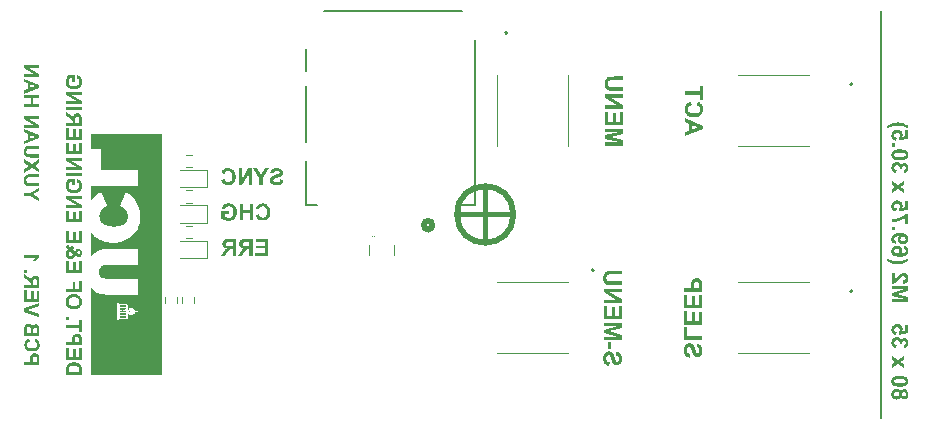
<source format=gbo>
%TF.GenerationSoftware,KiCad,Pcbnew,8.0.2*%
%TF.CreationDate,2024-06-21T01:26:05+01:00*%
%TF.ProjectId,ESP32S3_PCB_V1,45535033-3253-4335-9f50-43425f56312e,1*%
%TF.SameCoordinates,Original*%
%TF.FileFunction,Legend,Bot*%
%TF.FilePolarity,Positive*%
%FSLAX46Y46*%
G04 Gerber Fmt 4.6, Leading zero omitted, Abs format (unit mm)*
G04 Created by KiCad (PCBNEW 8.0.2) date 2024-06-21 01:26:05*
%MOMM*%
%LPD*%
G01*
G04 APERTURE LIST*
%ADD10C,0.500000*%
%ADD11C,0.400000*%
%ADD12C,0.200000*%
%ADD13C,0.280000*%
%ADD14C,0.260000*%
%ADD15C,0.300000*%
%ADD16C,0.152400*%
%ADD17C,0.508000*%
%ADD18C,0.100000*%
%ADD19C,0.120000*%
%ADD20C,0.000000*%
G04 APERTURE END LIST*
D10*
X155040084Y-94500000D02*
G75*
G02*
X150259916Y-94500000I-2390084J0D01*
G01*
X150259916Y-94500000D02*
G75*
G02*
X155040084Y-94500000I2390084J0D01*
G01*
D11*
X152650000Y-92109917D02*
X152650000Y-96890083D01*
D12*
X186175000Y-77300000D02*
X186175000Y-111700000D01*
D11*
X155040083Y-94500000D02*
X150259917Y-94500000D01*
D13*
G36*
X187493431Y-109243046D02*
G01*
X187564905Y-109250219D01*
X187630835Y-109269346D01*
X187696956Y-109304193D01*
X187713751Y-109316163D01*
X187764134Y-109363179D01*
X187805901Y-109421149D01*
X187836126Y-109482686D01*
X187855331Y-109444274D01*
X187896171Y-109387638D01*
X187951702Y-109339413D01*
X187985943Y-109319428D01*
X188055005Y-109295335D01*
X188125065Y-109288122D01*
X188199800Y-109295068D01*
X188267740Y-109315905D01*
X188328883Y-109350633D01*
X188383230Y-109399253D01*
X188407192Y-109428435D01*
X188445532Y-109495199D01*
X188468596Y-109562804D01*
X188481875Y-109638982D01*
X188485470Y-109711102D01*
X188483872Y-109760427D01*
X188475485Y-109828965D01*
X188456615Y-109900660D01*
X188427960Y-109963454D01*
X188383230Y-110024319D01*
X188328883Y-110072490D01*
X188267740Y-110106898D01*
X188199800Y-110127542D01*
X188125065Y-110134424D01*
X188091217Y-110132753D01*
X188021426Y-110117668D01*
X187956489Y-110086894D01*
X187916001Y-110055615D01*
X187870095Y-109999772D01*
X187836126Y-109934389D01*
X187825865Y-109956765D01*
X187790429Y-110016967D01*
X187742871Y-110071678D01*
X187686698Y-110113565D01*
X187674527Y-110120439D01*
X187611428Y-110148155D01*
X187544590Y-110164784D01*
X187474011Y-110170327D01*
X187398417Y-110165014D01*
X187329098Y-110149074D01*
X187256157Y-110117046D01*
X187191757Y-110070553D01*
X187143355Y-110019190D01*
X187113901Y-109977648D01*
X187081053Y-109914188D01*
X187057989Y-109844542D01*
X187044710Y-109768712D01*
X187041361Y-109703579D01*
X187259957Y-109703579D01*
X187260945Y-109724513D01*
X187279972Y-109790878D01*
X187323216Y-109846510D01*
X187362913Y-109874114D01*
X187428045Y-109896867D01*
X187499999Y-109903614D01*
X187520072Y-109902856D01*
X187587382Y-109888251D01*
X187650110Y-109855059D01*
X187670108Y-109838650D01*
X187708068Y-109779558D01*
X187718873Y-109711444D01*
X187938366Y-109711444D01*
X187946743Y-109772106D01*
X187982134Y-109833175D01*
X188034451Y-109867283D01*
X188103865Y-109878653D01*
X188162629Y-109869817D01*
X188221834Y-109832491D01*
X188255430Y-109778379D01*
X188266628Y-109708367D01*
X188258185Y-109648471D01*
X188222518Y-109588004D01*
X188174703Y-109555115D01*
X188104891Y-109542184D01*
X188042919Y-109551019D01*
X187982476Y-109588346D01*
X187949393Y-109642201D01*
X187938366Y-109711444D01*
X187718873Y-109711444D01*
X187719524Y-109707341D01*
X187718986Y-109691574D01*
X187700158Y-109620583D01*
X187658317Y-109566120D01*
X187634098Y-109547178D01*
X187566741Y-109518221D01*
X187496921Y-109510383D01*
X187449225Y-109513018D01*
X187379413Y-109529791D01*
X187320822Y-109565436D01*
X187309945Y-109575946D01*
X187271607Y-109636073D01*
X187259957Y-109703579D01*
X187041361Y-109703579D01*
X187041115Y-109698792D01*
X187044129Y-109636255D01*
X187055702Y-109566499D01*
X187080173Y-109492410D01*
X187116457Y-109426175D01*
X187164556Y-109367794D01*
X187205041Y-109331839D01*
X187267779Y-109291739D01*
X187337585Y-109263584D01*
X187414460Y-109247374D01*
X187485979Y-109242986D01*
X187493431Y-109243046D01*
G37*
G36*
X187812324Y-108162309D02*
G01*
X187883037Y-108165128D01*
X187971076Y-108172645D01*
X188051977Y-108184458D01*
X188125740Y-108200567D01*
X188207905Y-108226743D01*
X188278918Y-108259632D01*
X188338778Y-108299232D01*
X188388630Y-108345698D01*
X188433755Y-108407810D01*
X188464841Y-108478430D01*
X188480313Y-108545733D01*
X188485470Y-108619288D01*
X188481939Y-108681091D01*
X188468379Y-108749436D01*
X188439705Y-108821150D01*
X188397188Y-108884224D01*
X188340829Y-108938660D01*
X188280445Y-108978555D01*
X188209142Y-109011689D01*
X188144238Y-109033328D01*
X188072345Y-109050638D01*
X187993464Y-109063621D01*
X187907594Y-109072277D01*
X187838606Y-109075928D01*
X187765686Y-109077145D01*
X187740476Y-109077022D01*
X187667758Y-109075179D01*
X187577598Y-109069281D01*
X187495206Y-109059450D01*
X187420583Y-109045687D01*
X187338229Y-109022953D01*
X187268013Y-108994075D01*
X187199775Y-108951311D01*
X187180563Y-108935228D01*
X187130362Y-108883244D01*
X187091316Y-108825658D01*
X187063427Y-108762470D01*
X187046693Y-108693680D01*
X187041115Y-108619288D01*
X187281841Y-108619288D01*
X187283700Y-108643074D01*
X187311590Y-108706482D01*
X187364376Y-108745071D01*
X187431611Y-108769399D01*
X187470764Y-108777882D01*
X187539462Y-108786463D01*
X187615035Y-108791411D01*
X187691299Y-108793752D01*
X187762951Y-108794361D01*
X187820963Y-108793923D01*
X187899847Y-108791623D01*
X187968969Y-108787351D01*
X188037275Y-108779876D01*
X188105575Y-108766322D01*
X188157571Y-108748178D01*
X188214311Y-108706824D01*
X188227626Y-108686864D01*
X188244744Y-108619288D01*
X188242842Y-108595523D01*
X188214311Y-108532435D01*
X188161141Y-108493570D01*
X188093607Y-108469176D01*
X188054581Y-108460693D01*
X187986054Y-108452112D01*
X187910631Y-108447164D01*
X187834496Y-108444824D01*
X187762951Y-108444214D01*
X187704874Y-108444653D01*
X187625974Y-108446953D01*
X187556932Y-108451224D01*
X187488841Y-108458699D01*
X187421011Y-108472254D01*
X187369014Y-108490398D01*
X187312274Y-108531751D01*
X187298959Y-108551712D01*
X187281841Y-108619288D01*
X187041115Y-108619288D01*
X187044647Y-108557583D01*
X187058207Y-108489334D01*
X187086881Y-108417702D01*
X187129397Y-108354677D01*
X187185756Y-108300258D01*
X187246190Y-108260362D01*
X187317643Y-108227228D01*
X187382740Y-108205590D01*
X187454889Y-108188279D01*
X187534091Y-108175296D01*
X187620346Y-108166641D01*
X187689665Y-108162989D01*
X187762951Y-108161772D01*
X187812324Y-108162309D01*
G37*
G36*
X187063000Y-107513796D02*
G01*
X187592665Y-107145526D01*
X188091555Y-107498408D01*
X188091555Y-107168778D01*
X187808771Y-106987892D01*
X188091555Y-106797431D01*
X188091555Y-106480111D01*
X187604290Y-106826154D01*
X187063000Y-106448311D01*
X187063000Y-106779993D01*
X187381688Y-106987892D01*
X187063000Y-107197501D01*
X187063000Y-107513796D01*
G37*
G36*
X187466831Y-105816748D02*
G01*
X187500683Y-105555163D01*
X187433471Y-105541496D01*
X187369250Y-105512528D01*
X187337919Y-105487801D01*
X187297668Y-105431401D01*
X187282060Y-105364783D01*
X187281841Y-105355129D01*
X187294080Y-105287164D01*
X187330797Y-105229279D01*
X187345784Y-105214591D01*
X187405130Y-105177397D01*
X187473035Y-105159894D01*
X187518464Y-105157145D01*
X187589437Y-105164887D01*
X187652869Y-105190747D01*
X187681227Y-105212198D01*
X187724424Y-105268748D01*
X187741173Y-105335817D01*
X187741408Y-105345554D01*
X187734296Y-105414387D01*
X187721234Y-105469678D01*
X187938366Y-105439930D01*
X187942223Y-105370650D01*
X187961575Y-105304714D01*
X187981450Y-105272721D01*
X188034793Y-105229380D01*
X188103181Y-105214933D01*
X188170643Y-105229881D01*
X188206105Y-105257334D01*
X188239310Y-105320993D01*
X188244744Y-105369832D01*
X188232102Y-105437624D01*
X188199950Y-105488143D01*
X188141042Y-105529288D01*
X188069671Y-105547641D01*
X188108994Y-105796573D01*
X188178303Y-105779872D01*
X188245542Y-105756431D01*
X188307626Y-105724706D01*
X188317577Y-105718269D01*
X188371593Y-105673213D01*
X188416184Y-105616520D01*
X188440676Y-105572260D01*
X188466179Y-105504986D01*
X188481095Y-105432459D01*
X188485470Y-105361967D01*
X188481106Y-105290116D01*
X188464984Y-105213309D01*
X188436984Y-105144061D01*
X188397104Y-105082372D01*
X188361346Y-105042937D01*
X188302111Y-104995002D01*
X188238656Y-104962755D01*
X188170982Y-104946196D01*
X188131562Y-104943775D01*
X188055643Y-104953478D01*
X187986760Y-104982586D01*
X187924912Y-105031101D01*
X187877500Y-105088130D01*
X187841939Y-105146545D01*
X187818824Y-105075633D01*
X187782821Y-105014204D01*
X187733927Y-104962258D01*
X187722602Y-104953007D01*
X187661126Y-104914599D01*
X187592104Y-104890416D01*
X187523531Y-104880814D01*
X187499315Y-104880174D01*
X187429992Y-104884946D01*
X187354099Y-104902578D01*
X187283572Y-104933201D01*
X187218413Y-104976816D01*
X187175156Y-105015924D01*
X187129603Y-105069046D01*
X187088370Y-105136948D01*
X187059965Y-105211231D01*
X187045828Y-105279981D01*
X187041115Y-105353419D01*
X187045251Y-105422814D01*
X187060528Y-105498001D01*
X187087064Y-105566971D01*
X187124856Y-105629723D01*
X187158743Y-105670739D01*
X187213807Y-105720736D01*
X187275776Y-105760620D01*
X187344650Y-105790392D01*
X187420428Y-105810053D01*
X187466831Y-105816748D01*
G37*
G36*
X187469908Y-104713307D02*
G01*
X187500683Y-104444200D01*
X187430895Y-104429134D01*
X187368532Y-104398486D01*
X187340655Y-104375812D01*
X187298440Y-104318841D01*
X187281899Y-104249791D01*
X187281841Y-104245191D01*
X187293622Y-104176030D01*
X187328965Y-104116948D01*
X187343390Y-104101919D01*
X187404004Y-104063839D01*
X187471425Y-104046781D01*
X187529748Y-104043105D01*
X187603197Y-104049974D01*
X187672080Y-104075803D01*
X187704821Y-104101235D01*
X187744792Y-104158840D01*
X187762379Y-104229927D01*
X187763293Y-104252714D01*
X187752607Y-104323039D01*
X187720550Y-104388689D01*
X187673426Y-104443776D01*
X187653872Y-104461297D01*
X187687724Y-104680481D01*
X188463586Y-104541995D01*
X188463586Y-103827683D01*
X188200976Y-103827683D01*
X188200976Y-104337173D01*
X187954095Y-104379574D01*
X187982518Y-104317027D01*
X188000069Y-104247688D01*
X188004018Y-104194926D01*
X187997784Y-104118872D01*
X187979082Y-104048086D01*
X187947912Y-103982568D01*
X187904273Y-103922320D01*
X187873739Y-103890258D01*
X187813161Y-103841493D01*
X187745122Y-103804706D01*
X187669621Y-103779896D01*
X187598968Y-103768163D01*
X187535903Y-103765108D01*
X187461973Y-103769935D01*
X187391577Y-103784415D01*
X187324716Y-103808550D01*
X187261389Y-103842338D01*
X187226789Y-103865980D01*
X187173299Y-103911549D01*
X187121078Y-103973130D01*
X187081913Y-104042237D01*
X187055802Y-104118869D01*
X187044016Y-104188477D01*
X187041115Y-104247927D01*
X187045203Y-104318608D01*
X187060303Y-104394658D01*
X187086529Y-104463803D01*
X187123882Y-104526043D01*
X187157375Y-104566273D01*
X187212067Y-104615384D01*
X187274417Y-104655004D01*
X187344425Y-104685134D01*
X187410526Y-104703406D01*
X187469908Y-104713307D01*
G37*
G36*
X187063000Y-101938122D02*
G01*
X188485470Y-101938122D01*
X188485470Y-101512065D01*
X187515044Y-101256294D01*
X188485470Y-101003258D01*
X188485470Y-100576517D01*
X187063000Y-100576517D01*
X187063000Y-100840837D01*
X188182853Y-100840837D01*
X187063000Y-101120886D01*
X187063000Y-101394780D01*
X188182853Y-101673803D01*
X187063000Y-101673803D01*
X187063000Y-101938122D01*
G37*
G36*
X187325609Y-99449483D02*
G01*
X187063000Y-99449483D01*
X187063000Y-100396999D01*
X187132670Y-100385458D01*
X187200459Y-100366224D01*
X187266368Y-100339296D01*
X187330397Y-100304675D01*
X187389691Y-100263832D01*
X187446793Y-100217390D01*
X187498803Y-100170625D01*
X187554838Y-100116531D01*
X187614896Y-100055107D01*
X187665840Y-100000690D01*
X187715964Y-99946978D01*
X187769082Y-99891648D01*
X187821360Y-99839677D01*
X187873235Y-99792763D01*
X187894598Y-99776378D01*
X187956628Y-99742413D01*
X188023176Y-99723309D01*
X188058729Y-99720642D01*
X188129199Y-99729935D01*
X188190342Y-99763317D01*
X188196531Y-99769197D01*
X188234150Y-99831210D01*
X188244744Y-99903237D01*
X188233624Y-99975075D01*
X188197250Y-100034808D01*
X188194137Y-100037962D01*
X188131967Y-100075523D01*
X188061025Y-100092265D01*
X188025903Y-100095750D01*
X188052574Y-100365198D01*
X188121718Y-100355206D01*
X188196250Y-100336581D01*
X188261574Y-100310719D01*
X188326147Y-100271400D01*
X188378187Y-100222231D01*
X188384598Y-100214403D01*
X188423902Y-100155725D01*
X188453553Y-100090993D01*
X188473550Y-100020207D01*
X188483894Y-99943367D01*
X188485470Y-99896741D01*
X188481527Y-99821659D01*
X188469698Y-99752853D01*
X188445930Y-99680511D01*
X188411429Y-99616709D01*
X188373314Y-99568820D01*
X188321760Y-99522321D01*
X188256391Y-99483163D01*
X188184140Y-99458923D01*
X188115276Y-99449949D01*
X188094632Y-99449483D01*
X188024845Y-99454292D01*
X187957557Y-99468717D01*
X187914088Y-99483677D01*
X187848772Y-99514900D01*
X187786787Y-99553322D01*
X187734570Y-99591730D01*
X187680201Y-99639719D01*
X187629327Y-99690227D01*
X187576839Y-99745568D01*
X187555393Y-99768855D01*
X187508111Y-99820322D01*
X187458282Y-99873318D01*
X187408082Y-99923700D01*
X187400152Y-99930935D01*
X187346160Y-99973376D01*
X187325609Y-99986329D01*
X187325609Y-99449483D01*
G37*
G36*
X186669085Y-98221919D02*
G01*
X186669085Y-98407592D01*
X186737676Y-98451829D01*
X186807103Y-98492643D01*
X186877364Y-98530034D01*
X186948460Y-98564003D01*
X187020391Y-98594549D01*
X187093157Y-98621672D01*
X187122497Y-98631563D01*
X187195745Y-98653727D01*
X187268242Y-98672135D01*
X187339988Y-98686786D01*
X187410982Y-98697680D01*
X187481225Y-98704818D01*
X187550717Y-98708199D01*
X187578303Y-98708499D01*
X187662963Y-98706170D01*
X187746188Y-98699183D01*
X187827976Y-98687537D01*
X187908329Y-98671233D01*
X187987245Y-98650271D01*
X188064726Y-98624650D01*
X188095316Y-98613098D01*
X188160651Y-98586162D01*
X188224365Y-98557072D01*
X188286460Y-98525828D01*
X188346936Y-98492430D01*
X188405792Y-98456879D01*
X188463029Y-98419174D01*
X188485470Y-98403489D01*
X188485470Y-98218841D01*
X188415249Y-98250471D01*
X188347689Y-98279535D01*
X188282790Y-98306036D01*
X188205408Y-98335555D01*
X188132183Y-98361067D01*
X188063116Y-98382572D01*
X187998205Y-98400069D01*
X187922082Y-98416919D01*
X187844252Y-98430283D01*
X187764715Y-98440160D01*
X187683471Y-98446552D01*
X187614464Y-98449215D01*
X187572490Y-98449651D01*
X187494549Y-98447834D01*
X187425544Y-98443264D01*
X187355787Y-98435913D01*
X187285277Y-98425780D01*
X187254828Y-98420586D01*
X187184537Y-98406689D01*
X187115785Y-98390731D01*
X187048571Y-98372712D01*
X186982895Y-98352630D01*
X186946056Y-98340230D01*
X186877575Y-98314130D01*
X186810960Y-98286134D01*
X186744048Y-98256448D01*
X186680287Y-98227148D01*
X186669085Y-98221919D01*
G37*
G36*
X187569148Y-97136812D02*
G01*
X187637109Y-97148128D01*
X187709832Y-97172057D01*
X187775488Y-97207538D01*
X187834074Y-97254570D01*
X187863647Y-97285505D01*
X187905911Y-97343292D01*
X187936099Y-97405727D01*
X187954212Y-97472808D01*
X187960250Y-97544535D01*
X187952791Y-97616514D01*
X187930416Y-97682337D01*
X187893123Y-97742006D01*
X187840913Y-97795519D01*
X187871033Y-97793425D01*
X187953539Y-97785090D01*
X188024265Y-97773678D01*
X188100240Y-97753674D01*
X188165756Y-97720976D01*
X188188511Y-97701848D01*
X188229625Y-97646096D01*
X188244744Y-97576336D01*
X188240300Y-97534774D01*
X188207131Y-97471360D01*
X188159601Y-97438705D01*
X188091555Y-97421437D01*
X188119594Y-97159853D01*
X188141574Y-97163743D01*
X188213288Y-97182068D01*
X188276886Y-97207725D01*
X188339632Y-97246022D01*
X188391778Y-97293893D01*
X188432768Y-97350014D01*
X188462047Y-97413060D01*
X188479614Y-97483029D01*
X188485470Y-97559923D01*
X188484798Y-97588184D01*
X188474720Y-97668959D01*
X188452549Y-97743723D01*
X188418284Y-97812477D01*
X188371926Y-97875221D01*
X188313474Y-97931953D01*
X188279381Y-97957558D01*
X188214076Y-97994635D01*
X188138170Y-98024717D01*
X188069811Y-98043745D01*
X187994667Y-98058297D01*
X187912738Y-98068370D01*
X187824023Y-98073967D01*
X187753034Y-98075226D01*
X187729541Y-98075092D01*
X187639723Y-98071870D01*
X187556552Y-98064353D01*
X187480027Y-98052540D01*
X187410148Y-98036431D01*
X187332146Y-98010255D01*
X187264530Y-97977367D01*
X187207298Y-97937766D01*
X187187174Y-97920286D01*
X187134593Y-97864271D01*
X187093697Y-97802894D01*
X187064485Y-97736155D01*
X187046958Y-97664055D01*
X187041115Y-97586594D01*
X187041804Y-97573258D01*
X187281841Y-97573258D01*
X187282373Y-97587723D01*
X187300991Y-97655448D01*
X187342364Y-97711744D01*
X187375981Y-97738223D01*
X187444192Y-97765116D01*
X187515044Y-97772267D01*
X187539493Y-97771429D01*
X187608324Y-97757116D01*
X187667549Y-97718583D01*
X187670747Y-97715183D01*
X187708104Y-97654424D01*
X187719524Y-97586594D01*
X187719312Y-97576612D01*
X187704180Y-97508476D01*
X187665156Y-97452212D01*
X187634232Y-97428575D01*
X187567297Y-97404569D01*
X187494528Y-97398185D01*
X187460703Y-97399404D01*
X187392125Y-97412275D01*
X187331422Y-97448108D01*
X187294236Y-97504357D01*
X187281841Y-97573258D01*
X187041804Y-97573258D01*
X187044238Y-97526165D01*
X187056227Y-97458301D01*
X187081579Y-97385537D01*
X187119170Y-97319679D01*
X187169001Y-97260725D01*
X187219903Y-97217613D01*
X187286734Y-97178589D01*
X187361583Y-97151705D01*
X187432120Y-97138325D01*
X187508547Y-97133866D01*
X187569148Y-97136812D01*
G37*
G36*
X187795439Y-96065095D02*
G01*
X187885636Y-96068317D01*
X187969123Y-96075834D01*
X188045899Y-96087647D01*
X188115965Y-96103756D01*
X188194110Y-96129932D01*
X188261770Y-96162821D01*
X188318945Y-96202421D01*
X188339110Y-96219904D01*
X188391800Y-96275959D01*
X188432780Y-96337425D01*
X188462052Y-96404299D01*
X188479615Y-96476583D01*
X188485470Y-96554277D01*
X188482331Y-96614230D01*
X188470278Y-96681678D01*
X188444790Y-96754168D01*
X188406997Y-96819982D01*
X188356900Y-96879120D01*
X188305942Y-96922349D01*
X188239228Y-96961478D01*
X188164693Y-96988434D01*
X188094580Y-97001850D01*
X188018722Y-97006322D01*
X187957727Y-97003375D01*
X187889382Y-96992059D01*
X187816331Y-96968130D01*
X187750479Y-96932650D01*
X187691827Y-96885617D01*
X187662415Y-96854725D01*
X187620380Y-96797218D01*
X187590355Y-96735326D01*
X187572340Y-96669050D01*
X187566335Y-96598387D01*
X187570961Y-96552568D01*
X187807061Y-96552568D01*
X187807272Y-96562551D01*
X187822309Y-96630782D01*
X187861087Y-96687292D01*
X187891948Y-96710779D01*
X187958504Y-96734633D01*
X188030690Y-96740976D01*
X188064712Y-96739766D01*
X188133626Y-96726983D01*
X188194479Y-96691395D01*
X188232178Y-96635488D01*
X188244744Y-96566929D01*
X188244206Y-96552287D01*
X188225378Y-96484126D01*
X188183537Y-96428101D01*
X188150005Y-96401772D01*
X188082298Y-96375031D01*
X188012225Y-96367920D01*
X187987766Y-96368753D01*
X187918752Y-96382975D01*
X187859036Y-96421263D01*
X187855838Y-96424621D01*
X187818481Y-96484887D01*
X187807061Y-96552568D01*
X187570961Y-96552568D01*
X187573730Y-96525148D01*
X187595913Y-96458278D01*
X187632885Y-96397776D01*
X187684646Y-96343642D01*
X187654649Y-96345859D01*
X187572447Y-96354499D01*
X187501930Y-96366119D01*
X187426084Y-96386251D01*
X187360487Y-96418869D01*
X187337830Y-96437759D01*
X187296894Y-96492656D01*
X187281841Y-96561116D01*
X187287130Y-96607214D01*
X187319454Y-96667801D01*
X187367155Y-96700457D01*
X187435030Y-96717725D01*
X187406991Y-96979309D01*
X187384522Y-96975432D01*
X187311476Y-96957364D01*
X187247134Y-96932292D01*
X187184260Y-96895063D01*
X187132755Y-96848688D01*
X187088457Y-96786339D01*
X187061251Y-96722471D01*
X187045500Y-96650653D01*
X187041115Y-96581290D01*
X187041786Y-96552905D01*
X187051844Y-96471806D01*
X187073971Y-96396788D01*
X187108168Y-96327854D01*
X187154434Y-96265003D01*
X187212769Y-96208234D01*
X187246851Y-96182630D01*
X187312081Y-96145552D01*
X187387847Y-96115470D01*
X187456046Y-96096442D01*
X187530987Y-96081891D01*
X187612670Y-96071817D01*
X187701097Y-96066220D01*
X187771841Y-96064961D01*
X187795439Y-96065095D01*
G37*
G36*
X187063000Y-95837571D02*
G01*
X187325609Y-95837571D01*
X187325609Y-95567096D01*
X187063000Y-95567096D01*
X187063000Y-95837571D01*
G37*
G36*
X188200976Y-95350648D02*
G01*
X188463586Y-95350648D01*
X188463586Y-94426385D01*
X188266628Y-94426385D01*
X188212233Y-94476680D01*
X188158081Y-94520077D01*
X188096980Y-94563739D01*
X188028932Y-94607665D01*
X187966917Y-94644472D01*
X187940759Y-94659246D01*
X187873849Y-94694849D01*
X187805620Y-94727714D01*
X187736071Y-94757841D01*
X187665204Y-94785229D01*
X187593017Y-94809880D01*
X187519512Y-94831792D01*
X187489741Y-94839790D01*
X187416390Y-94857595D01*
X187345511Y-94872328D01*
X187277103Y-94883989D01*
X187198275Y-94893926D01*
X187123006Y-94899440D01*
X187063000Y-94900655D01*
X187063000Y-95161214D01*
X187136180Y-95157832D01*
X187209713Y-95151105D01*
X187283599Y-95141034D01*
X187357837Y-95127618D01*
X187432428Y-95110858D01*
X187507372Y-95090753D01*
X187582668Y-95067303D01*
X187658317Y-95040509D01*
X187733218Y-95010846D01*
X187806099Y-94978789D01*
X187876961Y-94944338D01*
X187945803Y-94907494D01*
X188012626Y-94868257D01*
X188077429Y-94826625D01*
X188140212Y-94782601D01*
X188200976Y-94736182D01*
X188200976Y-95350648D01*
G37*
G36*
X187469908Y-94256782D02*
G01*
X187500683Y-93987676D01*
X187430895Y-93972609D01*
X187368532Y-93941961D01*
X187340655Y-93919288D01*
X187298440Y-93862317D01*
X187281899Y-93793266D01*
X187281841Y-93788667D01*
X187293622Y-93719505D01*
X187328965Y-93660423D01*
X187343390Y-93645394D01*
X187404004Y-93607314D01*
X187471425Y-93590256D01*
X187529748Y-93586580D01*
X187603197Y-93593449D01*
X187672080Y-93619278D01*
X187704821Y-93644710D01*
X187744792Y-93702315D01*
X187762379Y-93773402D01*
X187763293Y-93796189D01*
X187752607Y-93866514D01*
X187720550Y-93932164D01*
X187673426Y-93987252D01*
X187653872Y-94004773D01*
X187687724Y-94223956D01*
X188463586Y-94085471D01*
X188463586Y-93371158D01*
X188200976Y-93371158D01*
X188200976Y-93880648D01*
X187954095Y-93923049D01*
X187982518Y-93860502D01*
X188000069Y-93791163D01*
X188004018Y-93738401D01*
X187997784Y-93662347D01*
X187979082Y-93591561D01*
X187947912Y-93526044D01*
X187904273Y-93465795D01*
X187873739Y-93433733D01*
X187813161Y-93384968D01*
X187745122Y-93348181D01*
X187669621Y-93323371D01*
X187598968Y-93311638D01*
X187535903Y-93308583D01*
X187461973Y-93313410D01*
X187391577Y-93327890D01*
X187324716Y-93352025D01*
X187261389Y-93385813D01*
X187226789Y-93409455D01*
X187173299Y-93455024D01*
X187121078Y-93516606D01*
X187081913Y-93585712D01*
X187055802Y-93662344D01*
X187044016Y-93731953D01*
X187041115Y-93791402D01*
X187045203Y-93862084D01*
X187060303Y-93938133D01*
X187086529Y-94007278D01*
X187123882Y-94069519D01*
X187157375Y-94109748D01*
X187212067Y-94158859D01*
X187274417Y-94198479D01*
X187344425Y-94228609D01*
X187410526Y-94246882D01*
X187469908Y-94256782D01*
G37*
G36*
X187063000Y-92698220D02*
G01*
X187592665Y-92329951D01*
X188091555Y-92682833D01*
X188091555Y-92353203D01*
X187808771Y-92172316D01*
X188091555Y-91981856D01*
X188091555Y-91664535D01*
X187604290Y-92010579D01*
X187063000Y-91632735D01*
X187063000Y-91964417D01*
X187381688Y-92172316D01*
X187063000Y-92381926D01*
X187063000Y-92698220D01*
G37*
G36*
X187466831Y-91001172D02*
G01*
X187500683Y-90739588D01*
X187433471Y-90725920D01*
X187369250Y-90696952D01*
X187337919Y-90672226D01*
X187297668Y-90615826D01*
X187282060Y-90549207D01*
X187281841Y-90539553D01*
X187294080Y-90471588D01*
X187330797Y-90413703D01*
X187345784Y-90399016D01*
X187405130Y-90361822D01*
X187473035Y-90344319D01*
X187518464Y-90341570D01*
X187589437Y-90349311D01*
X187652869Y-90375171D01*
X187681227Y-90396622D01*
X187724424Y-90453172D01*
X187741173Y-90520241D01*
X187741408Y-90529979D01*
X187734296Y-90598811D01*
X187721234Y-90654103D01*
X187938366Y-90624354D01*
X187942223Y-90555074D01*
X187961575Y-90489138D01*
X187981450Y-90457145D01*
X188034793Y-90413804D01*
X188103181Y-90399357D01*
X188170643Y-90414305D01*
X188206105Y-90441758D01*
X188239310Y-90505418D01*
X188244744Y-90554256D01*
X188232102Y-90622048D01*
X188199950Y-90672568D01*
X188141042Y-90713713D01*
X188069671Y-90732065D01*
X188108994Y-90980997D01*
X188178303Y-90964297D01*
X188245542Y-90940855D01*
X188307626Y-90909130D01*
X188317577Y-90902693D01*
X188371593Y-90857637D01*
X188416184Y-90800945D01*
X188440676Y-90756685D01*
X188466179Y-90689410D01*
X188481095Y-90616883D01*
X188485470Y-90546392D01*
X188481106Y-90474540D01*
X188464984Y-90397733D01*
X188436984Y-90328485D01*
X188397104Y-90266797D01*
X188361346Y-90227362D01*
X188302111Y-90179427D01*
X188238656Y-90147179D01*
X188170982Y-90130620D01*
X188131562Y-90128199D01*
X188055643Y-90137902D01*
X187986760Y-90167011D01*
X187924912Y-90215525D01*
X187877500Y-90272554D01*
X187841939Y-90330969D01*
X187818824Y-90260057D01*
X187782821Y-90198628D01*
X187733927Y-90146683D01*
X187722602Y-90137431D01*
X187661126Y-90099023D01*
X187592104Y-90074840D01*
X187523531Y-90065238D01*
X187499315Y-90064598D01*
X187429992Y-90069371D01*
X187354099Y-90087002D01*
X187283572Y-90117626D01*
X187218413Y-90161241D01*
X187175156Y-90200348D01*
X187129603Y-90253471D01*
X187088370Y-90321372D01*
X187059965Y-90395655D01*
X187045828Y-90464405D01*
X187041115Y-90537843D01*
X187045251Y-90607238D01*
X187060528Y-90682426D01*
X187087064Y-90751395D01*
X187124856Y-90814147D01*
X187158743Y-90855163D01*
X187213807Y-90905160D01*
X187275776Y-90945044D01*
X187344650Y-90974817D01*
X187420428Y-90994477D01*
X187466831Y-91001172D01*
G37*
G36*
X187812324Y-88987682D02*
G01*
X187883037Y-88990501D01*
X187971076Y-88998019D01*
X188051977Y-89009832D01*
X188125740Y-89025940D01*
X188207905Y-89052117D01*
X188278918Y-89085005D01*
X188338778Y-89124605D01*
X188388630Y-89171072D01*
X188433755Y-89233183D01*
X188464841Y-89303803D01*
X188480313Y-89371107D01*
X188485470Y-89444661D01*
X188481939Y-89506464D01*
X188468379Y-89574809D01*
X188439705Y-89646523D01*
X188397188Y-89709598D01*
X188340829Y-89764033D01*
X188280445Y-89803929D01*
X188209142Y-89837063D01*
X188144238Y-89858701D01*
X188072345Y-89876012D01*
X187993464Y-89888995D01*
X187907594Y-89897650D01*
X187838606Y-89901302D01*
X187765686Y-89902519D01*
X187740476Y-89902396D01*
X187667758Y-89900553D01*
X187577598Y-89894654D01*
X187495206Y-89884823D01*
X187420583Y-89871060D01*
X187338229Y-89848327D01*
X187268013Y-89819449D01*
X187199775Y-89776685D01*
X187180563Y-89760602D01*
X187130362Y-89708617D01*
X187091316Y-89651031D01*
X187063427Y-89587843D01*
X187046693Y-89519053D01*
X187041115Y-89444661D01*
X187281841Y-89444661D01*
X187283700Y-89468447D01*
X187311590Y-89531856D01*
X187364376Y-89570444D01*
X187431611Y-89594773D01*
X187470764Y-89603256D01*
X187539462Y-89611836D01*
X187615035Y-89616785D01*
X187691299Y-89619125D01*
X187762951Y-89619734D01*
X187820963Y-89619296D01*
X187899847Y-89616996D01*
X187968969Y-89612725D01*
X188037275Y-89605249D01*
X188105575Y-89591695D01*
X188157571Y-89573551D01*
X188214311Y-89532198D01*
X188227626Y-89512237D01*
X188244744Y-89444661D01*
X188242842Y-89420896D01*
X188214311Y-89357808D01*
X188161141Y-89318943D01*
X188093607Y-89294549D01*
X188054581Y-89286066D01*
X187986054Y-89277486D01*
X187910631Y-89272537D01*
X187834496Y-89270197D01*
X187762951Y-89269588D01*
X187704874Y-89270026D01*
X187625974Y-89272326D01*
X187556932Y-89276598D01*
X187488841Y-89284073D01*
X187421011Y-89297627D01*
X187369014Y-89315771D01*
X187312274Y-89357124D01*
X187298959Y-89377085D01*
X187281841Y-89444661D01*
X187041115Y-89444661D01*
X187044647Y-89382957D01*
X187058207Y-89314707D01*
X187086881Y-89243075D01*
X187129397Y-89180050D01*
X187185756Y-89125631D01*
X187246190Y-89085735D01*
X187317643Y-89052601D01*
X187382740Y-89030963D01*
X187454889Y-89013652D01*
X187534091Y-89000669D01*
X187620346Y-88992014D01*
X187689665Y-88988363D01*
X187762951Y-88987145D01*
X187812324Y-88987682D01*
G37*
G36*
X187063000Y-88753942D02*
G01*
X187325609Y-88753942D01*
X187325609Y-88483468D01*
X187063000Y-88483468D01*
X187063000Y-88753942D01*
G37*
G36*
X187469908Y-88263258D02*
G01*
X187500683Y-87994152D01*
X187430895Y-87979085D01*
X187368532Y-87948437D01*
X187340655Y-87925764D01*
X187298440Y-87868793D01*
X187281899Y-87799742D01*
X187281841Y-87795143D01*
X187293622Y-87725981D01*
X187328965Y-87666899D01*
X187343390Y-87651870D01*
X187404004Y-87613790D01*
X187471425Y-87596732D01*
X187529748Y-87593056D01*
X187603197Y-87599925D01*
X187672080Y-87625754D01*
X187704821Y-87651186D01*
X187744792Y-87708791D01*
X187762379Y-87779878D01*
X187763293Y-87802665D01*
X187752607Y-87872990D01*
X187720550Y-87938640D01*
X187673426Y-87993728D01*
X187653872Y-88011249D01*
X187687724Y-88230432D01*
X188463586Y-88091946D01*
X188463586Y-87377634D01*
X188200976Y-87377634D01*
X188200976Y-87887124D01*
X187954095Y-87929525D01*
X187982518Y-87866978D01*
X188000069Y-87797639D01*
X188004018Y-87744877D01*
X187997784Y-87668823D01*
X187979082Y-87598037D01*
X187947912Y-87532520D01*
X187904273Y-87472271D01*
X187873739Y-87440209D01*
X187813161Y-87391444D01*
X187745122Y-87354657D01*
X187669621Y-87329847D01*
X187598968Y-87318114D01*
X187535903Y-87315059D01*
X187461973Y-87319886D01*
X187391577Y-87334366D01*
X187324716Y-87358501D01*
X187261389Y-87392289D01*
X187226789Y-87415931D01*
X187173299Y-87461500D01*
X187121078Y-87523082D01*
X187081913Y-87592188D01*
X187055802Y-87668820D01*
X187044016Y-87738429D01*
X187041115Y-87797878D01*
X187045203Y-87868559D01*
X187060303Y-87944609D01*
X187086529Y-88013754D01*
X187123882Y-88075994D01*
X187157375Y-88116224D01*
X187212067Y-88165335D01*
X187274417Y-88204955D01*
X187344425Y-88235085D01*
X187410526Y-88253357D01*
X187469908Y-88263258D01*
G37*
G36*
X186669085Y-87194354D02*
G01*
X186738940Y-87161622D01*
X186801302Y-87133439D01*
X186870470Y-87103888D01*
X186927249Y-87081856D01*
X186992074Y-87059894D01*
X187063363Y-87039144D01*
X187133781Y-87021332D01*
X187205916Y-87005244D01*
X187275713Y-86992027D01*
X187349790Y-86980805D01*
X187356384Y-86979958D01*
X187429591Y-86972170D01*
X187503928Y-86967616D01*
X187572490Y-86966280D01*
X187642209Y-86967482D01*
X187710742Y-86971089D01*
X187791417Y-86978590D01*
X187870385Y-86989553D01*
X187947646Y-87003979D01*
X187998205Y-87015519D01*
X188076596Y-87036777D01*
X188146495Y-87058955D01*
X188220552Y-87085190D01*
X188298766Y-87115482D01*
X188364330Y-87142637D01*
X188432555Y-87172388D01*
X188485470Y-87196406D01*
X188485470Y-87012442D01*
X188421396Y-86968623D01*
X188356120Y-86927992D01*
X188289642Y-86890551D01*
X188221962Y-86856298D01*
X188153080Y-86825235D01*
X188082996Y-86797360D01*
X188054625Y-86787103D01*
X187983292Y-86763954D01*
X187911625Y-86744728D01*
X187839624Y-86729426D01*
X187767289Y-86718048D01*
X187694620Y-86710593D01*
X187621617Y-86707061D01*
X187592323Y-86706748D01*
X187517326Y-86708984D01*
X187440309Y-86715691D01*
X187361273Y-86726871D01*
X187293866Y-86739604D01*
X187225058Y-86755442D01*
X187169001Y-86770348D01*
X187089987Y-86795076D01*
X187011308Y-86824378D01*
X186932962Y-86858254D01*
X186870526Y-86888650D01*
X186808304Y-86921973D01*
X186746295Y-86958224D01*
X186684500Y-86997403D01*
X186669085Y-87007655D01*
X186669085Y-87194354D01*
G37*
D14*
G36*
X114584292Y-106261115D02*
G01*
X114649746Y-106273656D01*
X114708293Y-106295319D01*
X114765901Y-106330591D01*
X114793853Y-106354258D01*
X114835976Y-106401216D01*
X114867569Y-106453777D01*
X114888633Y-106511941D01*
X114894087Y-106537835D01*
X114901573Y-106604355D01*
X114905326Y-106673791D01*
X114907100Y-106745633D01*
X114907562Y-106814192D01*
X114907562Y-107222077D01*
X113637500Y-107222077D01*
X113637500Y-106967759D01*
X114125985Y-106967759D01*
X114125985Y-106828541D01*
X114340919Y-106828541D01*
X114340919Y-106967759D01*
X114692629Y-106967759D01*
X114692629Y-106845027D01*
X114692220Y-106789318D01*
X114690216Y-106724990D01*
X114684080Y-106662151D01*
X114666531Y-106608810D01*
X114629125Y-106559874D01*
X114579285Y-106529649D01*
X114517690Y-106519574D01*
X114478363Y-106523610D01*
X114421214Y-106548272D01*
X114393164Y-106572887D01*
X114360153Y-106627651D01*
X114357824Y-106634375D01*
X114346347Y-106697033D01*
X114342121Y-106759657D01*
X114340919Y-106828541D01*
X114125985Y-106828541D01*
X114125985Y-106801980D01*
X114126847Y-106730413D01*
X114129433Y-106666648D01*
X114134499Y-106603326D01*
X114143998Y-106538503D01*
X114149316Y-106517573D01*
X114172056Y-106459603D01*
X114203532Y-106406612D01*
X114224789Y-106379376D01*
X114272870Y-106334531D01*
X114327180Y-106299755D01*
X114337169Y-106294653D01*
X114397226Y-106272477D01*
X114459336Y-106260956D01*
X114521353Y-106257623D01*
X114584292Y-106261115D01*
G37*
G36*
X114125985Y-105250427D02*
G01*
X114047827Y-105004047D01*
X113985376Y-105023626D01*
X113928157Y-105046873D01*
X113866401Y-105079610D01*
X113812180Y-105117627D01*
X113765493Y-105160925D01*
X113738555Y-105192725D01*
X113704212Y-105244570D01*
X113676974Y-105301417D01*
X113656842Y-105363266D01*
X113643815Y-105430117D01*
X113637894Y-105501970D01*
X113637500Y-105527032D01*
X113640152Y-105588303D01*
X113650927Y-105660973D01*
X113669990Y-105729291D01*
X113697343Y-105793255D01*
X113732983Y-105852867D01*
X113776912Y-105908126D01*
X113807248Y-105939192D01*
X113863336Y-105985631D01*
X113925506Y-106024200D01*
X113993758Y-106054897D01*
X114052739Y-106073788D01*
X114115612Y-106087641D01*
X114182378Y-106096456D01*
X114253037Y-106100235D01*
X114271310Y-106100392D01*
X114346987Y-106097859D01*
X114418313Y-106090260D01*
X114485289Y-106077594D01*
X114547915Y-106059863D01*
X114606190Y-106037065D01*
X114672915Y-106001444D01*
X114732843Y-105957907D01*
X114754911Y-105938276D01*
X114804516Y-105885030D01*
X114845714Y-105826804D01*
X114878505Y-105763600D01*
X114902887Y-105695416D01*
X114918862Y-105622254D01*
X114925588Y-105560139D01*
X114927102Y-105511461D01*
X114923569Y-105441362D01*
X114912970Y-105375512D01*
X114895304Y-105313910D01*
X114870573Y-105256557D01*
X114838775Y-105203452D01*
X114799912Y-105154596D01*
X114782388Y-105136243D01*
X114734837Y-105096020D01*
X114677974Y-105061139D01*
X114620581Y-105035001D01*
X114556058Y-105012953D01*
X114536313Y-105007405D01*
X114497234Y-105258975D01*
X114560718Y-105280034D01*
X114614317Y-105312565D01*
X114654466Y-105352093D01*
X114687318Y-105404397D01*
X114706533Y-105463915D01*
X114712168Y-105524284D01*
X114705947Y-105590917D01*
X114687286Y-105650985D01*
X114656183Y-105704490D01*
X114612639Y-105751430D01*
X114555147Y-105789498D01*
X114492162Y-105813885D01*
X114428757Y-105828160D01*
X114356657Y-105836317D01*
X114289933Y-105838442D01*
X114219317Y-105836347D01*
X114155349Y-105830064D01*
X114087364Y-105816994D01*
X114028954Y-105797892D01*
X113972908Y-105767983D01*
X113952878Y-105752651D01*
X113908933Y-105706531D01*
X113877544Y-105653962D01*
X113858711Y-105594943D01*
X113852433Y-105529474D01*
X113860226Y-105463144D01*
X113883603Y-105403524D01*
X113918379Y-105355146D01*
X113966989Y-105313566D01*
X114023382Y-105283027D01*
X114083565Y-105261356D01*
X114125985Y-105250427D01*
G37*
G36*
X114016805Y-103737890D02*
G01*
X114081234Y-103746363D01*
X114140119Y-103766941D01*
X114193457Y-103799624D01*
X114208211Y-103811657D01*
X114251383Y-103858550D01*
X114285312Y-103915878D01*
X114307946Y-103976395D01*
X114329069Y-103937755D01*
X114369555Y-103887738D01*
X114420603Y-103847252D01*
X114459071Y-103826415D01*
X114520208Y-103806322D01*
X114585467Y-103799624D01*
X114616028Y-103800988D01*
X114678268Y-103813294D01*
X114735066Y-103838398D01*
X114751361Y-103848320D01*
X114801784Y-103887857D01*
X114841922Y-103934874D01*
X114851563Y-103949619D01*
X114878469Y-104005059D01*
X114894740Y-104066460D01*
X114899736Y-104102154D01*
X114904745Y-104165767D01*
X114906949Y-104227348D01*
X114907562Y-104289026D01*
X114907562Y-104792166D01*
X113637500Y-104792166D01*
X113637500Y-104363520D01*
X113637886Y-104319531D01*
X113638097Y-104302765D01*
X113852433Y-104302765D01*
X113852433Y-104538154D01*
X114184603Y-104538154D01*
X114184603Y-104371458D01*
X114399537Y-104371458D01*
X114399537Y-104538154D01*
X114692629Y-104538154D01*
X114692629Y-104392219D01*
X114692624Y-104381137D01*
X114692361Y-104311313D01*
X114691422Y-104241461D01*
X114688354Y-104174842D01*
X114678365Y-104131637D01*
X114643780Y-104079282D01*
X114610335Y-104058329D01*
X114548220Y-104046920D01*
X114502290Y-104053118D01*
X114449302Y-104084473D01*
X114420603Y-104125563D01*
X114403811Y-104187055D01*
X114400890Y-104240082D01*
X114399804Y-104304291D01*
X114399537Y-104371458D01*
X114184603Y-104371458D01*
X114184603Y-104332990D01*
X114184445Y-104301488D01*
X114182844Y-104236312D01*
X114178253Y-104169645D01*
X114166591Y-104107370D01*
X114151891Y-104074574D01*
X114109804Y-104027991D01*
X114075479Y-104010201D01*
X114015160Y-104000514D01*
X113965765Y-104006409D01*
X113909525Y-104036235D01*
X113882362Y-104068537D01*
X113860066Y-104128436D01*
X113855124Y-104175029D01*
X113852910Y-104240349D01*
X113852433Y-104302765D01*
X113638097Y-104302765D01*
X113638721Y-104253229D01*
X113640037Y-104185237D01*
X113642007Y-104121866D01*
X113646048Y-104056995D01*
X113655348Y-104002540D01*
X113674718Y-103942936D01*
X113705887Y-103886636D01*
X113732201Y-103853949D01*
X113779327Y-103811717D01*
X113835642Y-103777643D01*
X113876686Y-103760145D01*
X113939325Y-103743272D01*
X114003253Y-103737648D01*
X114016805Y-103737890D01*
G37*
G36*
X113637500Y-102723124D02*
G01*
X114907562Y-103173142D01*
X114907562Y-102897452D01*
X113969670Y-102579021D01*
X114907562Y-102270664D01*
X114907562Y-102001081D01*
X113637500Y-102451709D01*
X113637500Y-102723124D01*
G37*
G36*
X113637500Y-101878044D02*
G01*
X114907562Y-101878044D01*
X114907562Y-100944731D01*
X114692629Y-100944731D01*
X114692629Y-101623726D01*
X114419077Y-101623726D01*
X114419077Y-100991748D01*
X114204143Y-100991748D01*
X114204143Y-101623726D01*
X113852433Y-101623726D01*
X113852433Y-100920612D01*
X113637500Y-100920612D01*
X113637500Y-101878044D01*
G37*
G36*
X113884795Y-99732981D02*
G01*
X113937145Y-99765789D01*
X113990190Y-99800755D01*
X114040221Y-99836352D01*
X114090570Y-99877695D01*
X114122451Y-99910042D01*
X114162629Y-99960310D01*
X114197121Y-100013555D01*
X114200442Y-99993156D01*
X114216293Y-99926848D01*
X114238719Y-99868459D01*
X114272397Y-99811425D01*
X114314663Y-99764733D01*
X114364351Y-99728268D01*
X114420298Y-99702222D01*
X114482503Y-99686594D01*
X114550968Y-99681385D01*
X114564989Y-99681599D01*
X114632126Y-99689113D01*
X114694314Y-99707359D01*
X114751552Y-99736339D01*
X114801098Y-99774264D01*
X114843547Y-99824245D01*
X114873368Y-99882885D01*
X114883219Y-99914110D01*
X114895508Y-99975295D01*
X114902754Y-100040164D01*
X114906360Y-100104185D01*
X114907562Y-100175976D01*
X114907562Y-100710868D01*
X113637500Y-100710868D01*
X113637500Y-100456856D01*
X114165064Y-100456856D01*
X114165064Y-100405259D01*
X114165050Y-100399829D01*
X114162376Y-100337648D01*
X114151020Y-100277337D01*
X114147102Y-100268789D01*
X114379998Y-100268789D01*
X114379998Y-100456856D01*
X114692629Y-100456856D01*
X114692629Y-100258408D01*
X114692424Y-100196739D01*
X114691560Y-100134837D01*
X114688354Y-100073089D01*
X114675533Y-100027369D01*
X114640116Y-99977224D01*
X114602107Y-99954058D01*
X114539672Y-99943335D01*
X114506762Y-99945869D01*
X114447165Y-99969286D01*
X114426193Y-99987252D01*
X114394958Y-100040422D01*
X114387726Y-100076877D01*
X114382467Y-100142875D01*
X114380524Y-100205040D01*
X114379998Y-100268789D01*
X114147102Y-100268789D01*
X114138551Y-100250136D01*
X114099118Y-100201011D01*
X114073645Y-100179125D01*
X114022966Y-100140873D01*
X113967353Y-100101555D01*
X113916852Y-100066983D01*
X113637500Y-99883190D01*
X113637500Y-99579108D01*
X113884795Y-99732981D01*
G37*
G36*
X113637500Y-99450881D02*
G01*
X113871973Y-99450881D01*
X113871973Y-99209385D01*
X113637500Y-99209385D01*
X113637500Y-99450881D01*
G37*
G36*
X113637500Y-97912761D02*
G01*
X113637500Y-98153951D01*
X114556463Y-98153951D01*
X114509201Y-98205188D01*
X114466790Y-98259753D01*
X114429230Y-98317645D01*
X114396522Y-98378864D01*
X114368666Y-98443411D01*
X114360458Y-98465666D01*
X114594931Y-98465666D01*
X114619129Y-98405094D01*
X114649982Y-98347827D01*
X114684625Y-98294732D01*
X114709726Y-98260502D01*
X114753918Y-98209440D01*
X114801622Y-98167079D01*
X114852837Y-98133419D01*
X114907562Y-98108461D01*
X114907562Y-97912761D01*
X113637500Y-97912761D01*
G37*
D15*
G36*
X117864240Y-107020931D02*
G01*
X117929025Y-107024447D01*
X117999330Y-107032359D01*
X118063953Y-107044373D01*
X118130849Y-107063126D01*
X118169478Y-107077482D01*
X118234166Y-107108168D01*
X118292625Y-107145083D01*
X118344855Y-107188227D01*
X118370938Y-107214724D01*
X118411325Y-107266444D01*
X118443273Y-107323337D01*
X118466781Y-107385404D01*
X118477755Y-107433131D01*
X118486353Y-107498446D01*
X118490665Y-107566836D01*
X118491865Y-107634654D01*
X118491865Y-108117913D01*
X117171000Y-108117913D01*
X117171000Y-107656245D01*
X117394531Y-107656245D01*
X117394531Y-107853422D01*
X118268334Y-107853422D01*
X118268334Y-107734672D01*
X118268321Y-107724674D01*
X118267329Y-107652177D01*
X118264315Y-107586510D01*
X118255633Y-107517808D01*
X118254592Y-107513190D01*
X118231978Y-107450098D01*
X118193400Y-107395565D01*
X118181404Y-107383837D01*
X118126344Y-107345865D01*
X118065759Y-107320631D01*
X118038430Y-107312856D01*
X117973402Y-107301259D01*
X117903052Y-107295329D01*
X117831115Y-107293642D01*
X117793856Y-107294064D01*
X117725352Y-107297438D01*
X117657868Y-107305265D01*
X117589168Y-107320631D01*
X117572996Y-107325771D01*
X117513043Y-107351271D01*
X117461844Y-107389849D01*
X117430709Y-107434254D01*
X117407231Y-107496217D01*
X117402282Y-107520696D01*
X117396031Y-107587340D01*
X117394531Y-107656245D01*
X117171000Y-107656245D01*
X117171000Y-107620366D01*
X117171436Y-107584690D01*
X117174929Y-107518845D01*
X117183033Y-107453546D01*
X117198941Y-107386357D01*
X117203781Y-107371938D01*
X117228444Y-107311691D01*
X117261387Y-107253645D01*
X117304356Y-107200610D01*
X117309986Y-107194956D01*
X117358888Y-107152692D01*
X117414657Y-107115706D01*
X117477292Y-107083999D01*
X117537730Y-107060586D01*
X117552669Y-107055703D01*
X117615925Y-107039321D01*
X117684776Y-107027980D01*
X117749611Y-107022191D01*
X117818732Y-107020261D01*
X117864240Y-107020931D01*
G37*
G36*
X117171000Y-106803715D02*
G01*
X118491865Y-106803715D01*
X118491865Y-105833070D01*
X118268334Y-105833070D01*
X118268334Y-106539225D01*
X117983840Y-106539225D01*
X117983840Y-105881967D01*
X117760309Y-105881967D01*
X117760309Y-106539225D01*
X117394531Y-106539225D01*
X117394531Y-105807986D01*
X117171000Y-105807986D01*
X117171000Y-106803715D01*
G37*
G36*
X118155664Y-104591405D02*
G01*
X118223736Y-104604448D01*
X118284625Y-104626976D01*
X118344538Y-104663660D01*
X118373607Y-104688273D01*
X118417415Y-104737110D01*
X118450272Y-104791774D01*
X118472179Y-104852264D01*
X118477850Y-104879194D01*
X118485636Y-104948374D01*
X118489539Y-105020588D01*
X118491384Y-105095303D01*
X118491865Y-105166605D01*
X118491865Y-105590806D01*
X117171000Y-105590806D01*
X117171000Y-105326315D01*
X117679025Y-105326315D01*
X117679025Y-105181528D01*
X117902556Y-105181528D01*
X117902556Y-105326315D01*
X118268334Y-105326315D01*
X118268334Y-105198674D01*
X118267908Y-105140736D01*
X118265825Y-105073834D01*
X118259443Y-105008482D01*
X118241192Y-104953008D01*
X118202290Y-104902114D01*
X118150456Y-104870680D01*
X118086397Y-104860202D01*
X118045497Y-104864399D01*
X117986062Y-104890048D01*
X117956891Y-104915648D01*
X117922559Y-104972602D01*
X117920137Y-104979595D01*
X117908201Y-105044760D01*
X117903806Y-105109888D01*
X117902556Y-105181528D01*
X117679025Y-105181528D01*
X117679025Y-105153904D01*
X117679921Y-105079475D01*
X117682610Y-105013159D01*
X117687879Y-104947304D01*
X117697758Y-104879888D01*
X117703288Y-104858121D01*
X117726938Y-104797832D01*
X117759674Y-104742721D01*
X117781780Y-104714396D01*
X117831784Y-104667758D01*
X117888267Y-104631591D01*
X117898656Y-104626285D01*
X117961115Y-104603221D01*
X118025710Y-104591239D01*
X118090207Y-104587773D01*
X118155664Y-104591405D01*
G37*
G36*
X117171000Y-104083241D02*
G01*
X118268334Y-104083241D01*
X118268334Y-104471563D01*
X118491865Y-104471563D01*
X118491865Y-103431381D01*
X118268334Y-103431381D01*
X118268334Y-103818750D01*
X117171000Y-103818750D01*
X117171000Y-104083241D01*
G37*
G36*
X117171000Y-103470436D02*
G01*
X117414852Y-103470436D01*
X117414852Y-103219281D01*
X117171000Y-103219281D01*
X117171000Y-103470436D01*
G37*
G36*
X117869181Y-101241836D02*
G01*
X117945176Y-101247264D01*
X118016756Y-101258119D01*
X118083920Y-101274402D01*
X118146669Y-101296112D01*
X118205003Y-101323249D01*
X118271711Y-101364804D01*
X118331519Y-101414839D01*
X118383567Y-101471944D01*
X118426793Y-101534707D01*
X118461197Y-101603130D01*
X118486780Y-101677211D01*
X118500894Y-101740551D01*
X118509363Y-101807512D01*
X118512186Y-101878094D01*
X118511982Y-101897913D01*
X118508067Y-101964993D01*
X118499168Y-102028517D01*
X118482895Y-102096764D01*
X118460113Y-102160366D01*
X118457652Y-102166087D01*
X118425256Y-102227178D01*
X118387340Y-102279785D01*
X118341362Y-102329602D01*
X118331318Y-102339120D01*
X118278643Y-102382915D01*
X118221875Y-102420384D01*
X118161013Y-102451528D01*
X118098197Y-102474787D01*
X118029211Y-102492333D01*
X117965171Y-102502826D01*
X117896599Y-102509122D01*
X117823494Y-102511221D01*
X117803980Y-102511052D01*
X117728557Y-102507011D01*
X117657352Y-102497583D01*
X117590364Y-102482766D01*
X117527592Y-102462562D01*
X117455058Y-102429730D01*
X117389113Y-102388479D01*
X117329757Y-102338810D01*
X117278167Y-102282009D01*
X117235321Y-102219363D01*
X117201219Y-102150872D01*
X117175861Y-102076537D01*
X117161871Y-102012860D01*
X117153477Y-101945442D01*
X117150715Y-101875237D01*
X117374210Y-101875237D01*
X117374663Y-101894786D01*
X117383402Y-101959811D01*
X117407007Y-102027650D01*
X117445139Y-102088583D01*
X117490420Y-102136235D01*
X117505412Y-102148654D01*
X117564582Y-102185811D01*
X117623595Y-102209848D01*
X117690266Y-102226674D01*
X117764595Y-102236288D01*
X117832385Y-102238792D01*
X117846580Y-102238695D01*
X117914181Y-102235276D01*
X117987873Y-102224727D01*
X118053461Y-102207146D01*
X118119738Y-102177746D01*
X118174984Y-102138775D01*
X118188749Y-102126025D01*
X118234928Y-102070062D01*
X118266898Y-102006162D01*
X118283215Y-101943738D01*
X118288655Y-101875237D01*
X118288216Y-101855088D01*
X118279764Y-101788534D01*
X118256932Y-101720025D01*
X118220051Y-101659573D01*
X118176254Y-101613286D01*
X118169136Y-101607211D01*
X118112950Y-101570084D01*
X118045642Y-101542408D01*
X117979097Y-101526207D01*
X117904382Y-101516950D01*
X117835877Y-101514539D01*
X117821563Y-101514638D01*
X117753367Y-101518100D01*
X117678960Y-101528782D01*
X117612658Y-101546587D01*
X117545547Y-101576360D01*
X117489468Y-101615826D01*
X117475511Y-101628709D01*
X117433752Y-101677296D01*
X117399535Y-101739485D01*
X117379725Y-101808778D01*
X117374210Y-101875237D01*
X117150715Y-101875237D01*
X117150678Y-101874284D01*
X117153491Y-101804019D01*
X117161930Y-101737375D01*
X117175995Y-101674354D01*
X117201488Y-101600669D01*
X117235771Y-101532644D01*
X117278845Y-101470277D01*
X117330710Y-101413569D01*
X117353756Y-101392691D01*
X117416113Y-101346389D01*
X117485246Y-101308506D01*
X117545430Y-101284261D01*
X117609950Y-101265403D01*
X117678806Y-101251934D01*
X117751999Y-101243852D01*
X117829527Y-101241158D01*
X117869181Y-101241836D01*
G37*
G36*
X117171000Y-101040806D02*
G01*
X118491865Y-101040806D01*
X118491865Y-100143506D01*
X118268334Y-100143506D01*
X118268334Y-100776632D01*
X117963519Y-100776632D01*
X117963519Y-100230188D01*
X117739988Y-100230188D01*
X117739988Y-100776632D01*
X117171000Y-100776632D01*
X117171000Y-101040806D01*
G37*
G36*
X117171000Y-99425921D02*
G01*
X118491865Y-99425921D01*
X118491865Y-98455275D01*
X118268334Y-98455275D01*
X118268334Y-99161430D01*
X117983840Y-99161430D01*
X117983840Y-98504173D01*
X117760309Y-98504173D01*
X117760309Y-99161430D01*
X117394531Y-99161430D01*
X117394531Y-98430191D01*
X117171000Y-98430191D01*
X117171000Y-99425921D01*
G37*
G36*
X117373755Y-97097811D02*
G01*
X117411359Y-97152508D01*
X117417283Y-97160746D01*
X117457081Y-97212995D01*
X117498993Y-97261099D01*
X117535519Y-97236763D01*
X117592660Y-97207438D01*
X117643919Y-97187375D01*
X117706910Y-97166788D01*
X117769834Y-97148381D01*
X117820637Y-97375404D01*
X117798242Y-97381338D01*
X117732997Y-97402541D01*
X117672039Y-97430652D01*
X117914621Y-97612906D01*
X117936401Y-97578456D01*
X117978234Y-97518604D01*
X118022544Y-97465693D01*
X118072744Y-97421762D01*
X118094767Y-97408132D01*
X118153841Y-97383507D01*
X118220389Y-97374452D01*
X118257675Y-97376785D01*
X118320181Y-97392745D01*
X118376759Y-97423824D01*
X118427409Y-97470024D01*
X118437675Y-97482259D01*
X118472116Y-97536981D01*
X118495959Y-97600951D01*
X118508129Y-97664510D01*
X118512186Y-97735150D01*
X118512107Y-97746065D01*
X118507125Y-97818061D01*
X118494395Y-97882339D01*
X118470358Y-97946348D01*
X118431219Y-98006308D01*
X118415785Y-98023274D01*
X118365732Y-98064160D01*
X118303518Y-98091974D01*
X118234360Y-98101245D01*
X118226471Y-98101114D01*
X118161222Y-98090596D01*
X118101003Y-98067588D01*
X118060929Y-98045866D01*
X118005622Y-98008776D01*
X117953041Y-97966618D01*
X117943449Y-97984982D01*
X117908220Y-98044685D01*
X117870407Y-98097276D01*
X117824030Y-98148674D01*
X117774279Y-98190785D01*
X117741487Y-98212372D01*
X117679219Y-98242009D01*
X117612782Y-98259791D01*
X117542175Y-98265718D01*
X117473413Y-98259745D01*
X117408739Y-98241825D01*
X117348153Y-98211959D01*
X117291655Y-98170146D01*
X117251042Y-98128678D01*
X117211392Y-98071079D01*
X117181655Y-98004929D01*
X117164446Y-97943272D01*
X117154120Y-97875678D01*
X117151183Y-97812941D01*
X117374210Y-97812941D01*
X117375465Y-97839947D01*
X117390485Y-97901963D01*
X117425647Y-97955505D01*
X117435613Y-97964982D01*
X117493315Y-97998381D01*
X117559004Y-98008531D01*
X117563049Y-98008489D01*
X117627019Y-97996433D01*
X117685692Y-97965666D01*
X117711914Y-97944816D01*
X117756017Y-97894969D01*
X117791425Y-97836120D01*
X117669760Y-97738007D01*
X118065124Y-97738007D01*
X118136882Y-97799605D01*
X118187551Y-97836609D01*
X118249918Y-97856758D01*
X118264455Y-97855564D01*
X118319454Y-97822784D01*
X118337835Y-97793687D01*
X118349618Y-97729117D01*
X118345566Y-97689770D01*
X118315326Y-97631322D01*
X118295085Y-97613824D01*
X118233090Y-97595125D01*
X118225902Y-97595418D01*
X118164508Y-97621542D01*
X118117196Y-97670059D01*
X118065124Y-97738007D01*
X117669760Y-97738007D01*
X117474862Y-97580837D01*
X117468234Y-97588817D01*
X117428505Y-97642594D01*
X117397388Y-97699588D01*
X117381543Y-97748164D01*
X117374210Y-97812941D01*
X117151183Y-97812941D01*
X117150678Y-97802145D01*
X117150821Y-97786879D01*
X117154993Y-97721463D01*
X117166404Y-97655082D01*
X117187193Y-97589727D01*
X117189515Y-97584141D01*
X117220294Y-97524002D01*
X117256610Y-97471413D01*
X117300863Y-97420809D01*
X117261011Y-97375499D01*
X117220264Y-97322638D01*
X117184638Y-97268626D01*
X117150678Y-97206486D01*
X117348173Y-97054713D01*
X117373755Y-97097811D01*
G37*
G36*
X117171000Y-96899766D02*
G01*
X118491865Y-96899766D01*
X118491865Y-95929120D01*
X118268334Y-95929120D01*
X118268334Y-96635275D01*
X117983840Y-96635275D01*
X117983840Y-95978018D01*
X117760309Y-95978018D01*
X117760309Y-96635275D01*
X117394531Y-96635275D01*
X117394531Y-95904036D01*
X117171000Y-95904036D01*
X117171000Y-96899766D01*
G37*
G36*
X117171000Y-95181371D02*
G01*
X118491865Y-95181371D01*
X118491865Y-94210725D01*
X118268334Y-94210725D01*
X118268334Y-94916880D01*
X117983840Y-94916880D01*
X117983840Y-94259623D01*
X117760309Y-94259623D01*
X117760309Y-94916880D01*
X117394531Y-94916880D01*
X117394531Y-94185642D01*
X117171000Y-94185642D01*
X117171000Y-95181371D01*
G37*
G36*
X117171000Y-93965603D02*
G01*
X118491865Y-93965603D01*
X118491865Y-93708415D01*
X117599328Y-93172766D01*
X118491865Y-93172766D01*
X118491865Y-92927327D01*
X117171000Y-92927327D01*
X117171000Y-93192452D01*
X118050200Y-93720163D01*
X117171000Y-93720163D01*
X117171000Y-93965603D01*
G37*
G36*
X117658704Y-92046221D02*
G01*
X117882235Y-92046221D01*
X117882235Y-91476280D01*
X117351348Y-91476280D01*
X117308026Y-91528951D01*
X117272048Y-91585638D01*
X117242520Y-91642857D01*
X117214815Y-91707187D01*
X117211006Y-91716957D01*
X117187500Y-91786055D01*
X117169767Y-91855549D01*
X117157807Y-91925437D01*
X117151621Y-91995721D01*
X117150678Y-92036060D01*
X117153726Y-92111244D01*
X117162868Y-92182723D01*
X117178105Y-92250495D01*
X117199437Y-92314561D01*
X117226864Y-92374921D01*
X117237360Y-92394218D01*
X117272478Y-92448822D01*
X117312820Y-92498090D01*
X117366488Y-92548826D01*
X117418149Y-92586534D01*
X117475034Y-92618905D01*
X117485023Y-92623782D01*
X117546503Y-92649895D01*
X117609970Y-92670605D01*
X117675424Y-92685913D01*
X117742865Y-92695818D01*
X117812293Y-92700320D01*
X117835877Y-92700621D01*
X117911415Y-92697607D01*
X117983716Y-92688565D01*
X118052779Y-92673495D01*
X118118605Y-92652398D01*
X118181194Y-92625273D01*
X118201338Y-92614891D01*
X118258725Y-92579952D01*
X118310866Y-92539432D01*
X118357760Y-92493330D01*
X118399408Y-92441647D01*
X118435810Y-92384382D01*
X118446778Y-92364054D01*
X118475394Y-92297197D01*
X118493726Y-92232414D01*
X118505798Y-92161765D01*
X118511164Y-92096542D01*
X118512186Y-92050666D01*
X118509550Y-91977075D01*
X118501643Y-91908708D01*
X118488465Y-91845566D01*
X118465693Y-91776692D01*
X118435331Y-91715342D01*
X118404230Y-91669965D01*
X118360845Y-91621965D01*
X118311655Y-91580842D01*
X118256660Y-91546595D01*
X118195861Y-91519224D01*
X118129257Y-91498729D01*
X118105766Y-91493426D01*
X118065124Y-91756011D01*
X118125570Y-91778051D01*
X118182247Y-91813326D01*
X118228644Y-91860157D01*
X118262810Y-91917049D01*
X118282794Y-91982946D01*
X118288655Y-92050666D01*
X118283322Y-92123109D01*
X118267323Y-92188746D01*
X118240658Y-92247575D01*
X118203327Y-92299598D01*
X118177207Y-92326270D01*
X118123406Y-92366107D01*
X118059243Y-92396160D01*
X117996000Y-92414132D01*
X117925143Y-92424915D01*
X117860280Y-92428410D01*
X117846673Y-92428510D01*
X117775734Y-92425983D01*
X117710563Y-92418401D01*
X117639970Y-92402632D01*
X117577683Y-92379585D01*
X117515510Y-92343498D01*
X117492325Y-92325000D01*
X117446302Y-92276506D01*
X117411582Y-92221874D01*
X117388167Y-92161104D01*
X117376055Y-92094195D01*
X117374210Y-92053206D01*
X117379712Y-91985768D01*
X117394558Y-91923332D01*
X117407549Y-91886828D01*
X117434562Y-91827502D01*
X117468362Y-91770690D01*
X117488515Y-91743311D01*
X117658704Y-91743311D01*
X117658704Y-92046221D01*
G37*
G36*
X117171000Y-91248304D02*
G01*
X118491865Y-91248304D01*
X118491865Y-90984131D01*
X117171000Y-90984131D01*
X117171000Y-91248304D01*
G37*
G36*
X117171000Y-90732023D02*
G01*
X118491865Y-90732023D01*
X118491865Y-90474836D01*
X117599328Y-89939187D01*
X118491865Y-89939187D01*
X118491865Y-89693747D01*
X117171000Y-89693747D01*
X117171000Y-89958872D01*
X118050200Y-90486584D01*
X117171000Y-90486584D01*
X117171000Y-90732023D01*
G37*
G36*
X117171000Y-89421636D02*
G01*
X118491865Y-89421636D01*
X118491865Y-88450990D01*
X118268334Y-88450990D01*
X118268334Y-89157145D01*
X117983840Y-89157145D01*
X117983840Y-88499888D01*
X117760309Y-88499888D01*
X117760309Y-89157145D01*
X117394531Y-89157145D01*
X117394531Y-88425907D01*
X117171000Y-88425907D01*
X117171000Y-89421636D01*
G37*
G36*
X117171000Y-88208726D02*
G01*
X118491865Y-88208726D01*
X118491865Y-87238080D01*
X118268334Y-87238080D01*
X118268334Y-87944235D01*
X117983840Y-87944235D01*
X117983840Y-87286978D01*
X117760309Y-87286978D01*
X117760309Y-87944235D01*
X117394531Y-87944235D01*
X117394531Y-87212997D01*
X117171000Y-87212997D01*
X117171000Y-88208726D01*
G37*
G36*
X117428187Y-85977861D02*
G01*
X117482631Y-86011981D01*
X117537797Y-86048346D01*
X117589830Y-86085366D01*
X117642193Y-86128363D01*
X117675349Y-86162005D01*
X117717134Y-86214283D01*
X117753006Y-86269658D01*
X117756460Y-86248442D01*
X117772945Y-86179483D01*
X117796267Y-86118758D01*
X117831293Y-86059442D01*
X117875249Y-86010882D01*
X117926925Y-85972959D01*
X117985110Y-85945871D01*
X118049804Y-85929618D01*
X118121006Y-85924200D01*
X118135589Y-85924424D01*
X118205411Y-85932238D01*
X118270086Y-85951214D01*
X118329614Y-85981353D01*
X118381142Y-86020795D01*
X118425289Y-86072775D01*
X118456303Y-86133761D01*
X118466548Y-86166235D01*
X118479328Y-86229867D01*
X118486864Y-86297331D01*
X118490615Y-86363913D01*
X118491865Y-86438576D01*
X118491865Y-86994863D01*
X117171000Y-86994863D01*
X117171000Y-86730690D01*
X117719667Y-86730690D01*
X117719667Y-86677030D01*
X117719652Y-86671383D01*
X117716871Y-86606714D01*
X117705061Y-86543991D01*
X117700986Y-86535101D01*
X117943198Y-86535101D01*
X117943198Y-86730690D01*
X118268334Y-86730690D01*
X118268334Y-86524305D01*
X118268121Y-86460169D01*
X118267222Y-86395791D01*
X118263889Y-86331573D01*
X118250554Y-86284024D01*
X118213721Y-86231873D01*
X118174192Y-86207780D01*
X118109258Y-86196629D01*
X118075032Y-86199265D01*
X118013051Y-86223618D01*
X117991241Y-86242303D01*
X117958756Y-86297599D01*
X117951235Y-86335513D01*
X117945765Y-86404151D01*
X117943745Y-86468802D01*
X117943198Y-86535101D01*
X117700986Y-86535101D01*
X117692093Y-86515702D01*
X117651083Y-86464612D01*
X117624591Y-86441850D01*
X117571884Y-86402068D01*
X117514047Y-86361178D01*
X117461526Y-86325223D01*
X117171000Y-86134078D01*
X117171000Y-85817833D01*
X117428187Y-85977861D01*
G37*
G36*
X117171000Y-85690509D02*
G01*
X118491865Y-85690509D01*
X118491865Y-85426336D01*
X117171000Y-85426336D01*
X117171000Y-85690509D01*
G37*
G36*
X117171000Y-85174228D02*
G01*
X118491865Y-85174228D01*
X118491865Y-84917041D01*
X117599328Y-84381392D01*
X118491865Y-84381392D01*
X118491865Y-84135952D01*
X117171000Y-84135952D01*
X117171000Y-84401078D01*
X118050200Y-84928789D01*
X117171000Y-84928789D01*
X117171000Y-85174228D01*
G37*
G36*
X117658704Y-83254846D02*
G01*
X117882235Y-83254846D01*
X117882235Y-82684905D01*
X117351348Y-82684905D01*
X117308026Y-82737576D01*
X117272048Y-82794263D01*
X117242520Y-82851482D01*
X117214815Y-82915812D01*
X117211006Y-82925582D01*
X117187500Y-82994681D01*
X117169767Y-83064174D01*
X117157807Y-83134063D01*
X117151621Y-83204346D01*
X117150678Y-83244685D01*
X117153726Y-83319870D01*
X117162868Y-83391348D01*
X117178105Y-83459120D01*
X117199437Y-83523186D01*
X117226864Y-83583547D01*
X117237360Y-83602843D01*
X117272478Y-83657447D01*
X117312820Y-83706715D01*
X117366488Y-83757451D01*
X117418149Y-83795159D01*
X117475034Y-83827531D01*
X117485023Y-83832407D01*
X117546503Y-83858520D01*
X117609970Y-83879231D01*
X117675424Y-83894538D01*
X117742865Y-83904443D01*
X117812293Y-83908946D01*
X117835877Y-83909246D01*
X117911415Y-83906232D01*
X117983716Y-83897190D01*
X118052779Y-83882121D01*
X118118605Y-83861023D01*
X118181194Y-83833898D01*
X118201338Y-83823517D01*
X118258725Y-83788577D01*
X118310866Y-83748057D01*
X118357760Y-83701955D01*
X118399408Y-83650272D01*
X118435810Y-83593008D01*
X118446778Y-83572679D01*
X118475394Y-83505822D01*
X118493726Y-83441039D01*
X118505798Y-83370391D01*
X118511164Y-83305167D01*
X118512186Y-83259291D01*
X118509550Y-83185700D01*
X118501643Y-83117333D01*
X118488465Y-83054191D01*
X118465693Y-82985318D01*
X118435331Y-82923968D01*
X118404230Y-82878590D01*
X118360845Y-82830590D01*
X118311655Y-82789467D01*
X118256660Y-82755220D01*
X118195861Y-82727849D01*
X118129257Y-82707355D01*
X118105766Y-82702051D01*
X118065124Y-82964637D01*
X118125570Y-82986677D01*
X118182247Y-83021951D01*
X118228644Y-83068782D01*
X118262810Y-83125674D01*
X118282794Y-83191571D01*
X118288655Y-83259291D01*
X118283322Y-83331734D01*
X118267323Y-83397371D01*
X118240658Y-83456201D01*
X118203327Y-83508224D01*
X118177207Y-83534895D01*
X118123406Y-83574733D01*
X118059243Y-83604785D01*
X117996000Y-83622757D01*
X117925143Y-83633541D01*
X117860280Y-83637035D01*
X117846673Y-83637135D01*
X117775734Y-83634608D01*
X117710563Y-83627026D01*
X117639970Y-83611257D01*
X117577683Y-83588210D01*
X117515510Y-83552123D01*
X117492325Y-83533625D01*
X117446302Y-83485131D01*
X117411582Y-83430499D01*
X117388167Y-83369729D01*
X117376055Y-83302821D01*
X117374210Y-83261831D01*
X117379712Y-83194393D01*
X117394558Y-83131957D01*
X117407549Y-83095453D01*
X117434562Y-83036127D01*
X117468362Y-82979315D01*
X117488515Y-82951936D01*
X117658704Y-82951936D01*
X117658704Y-83254846D01*
G37*
D13*
G36*
X113612500Y-92941434D02*
G01*
X114147086Y-92941434D01*
X114882562Y-93402442D01*
X114882562Y-93104466D01*
X114373316Y-92808321D01*
X114882562Y-92518283D01*
X114882562Y-92225191D01*
X114145254Y-92688032D01*
X113612500Y-92688032D01*
X113612500Y-92941434D01*
G37*
G36*
X114882562Y-92107650D02*
G01*
X114882562Y-91853332D01*
X114193187Y-91853332D01*
X114126982Y-91852879D01*
X114064843Y-91851252D01*
X114002957Y-91847084D01*
X113980696Y-91843867D01*
X113922282Y-91823263D01*
X113870757Y-91784394D01*
X113855216Y-91766320D01*
X113824577Y-91708856D01*
X113810851Y-91648740D01*
X113807894Y-91598403D01*
X113812247Y-91535882D01*
X113828962Y-91474630D01*
X113852468Y-91435066D01*
X113898970Y-91393206D01*
X113958333Y-91369850D01*
X113962377Y-91369120D01*
X114023257Y-91362237D01*
X114084807Y-91359159D01*
X114150953Y-91357923D01*
X114178532Y-91357824D01*
X114882562Y-91357824D01*
X114882562Y-91103811D01*
X114216695Y-91103811D01*
X114148603Y-91104318D01*
X114087055Y-91105839D01*
X114021835Y-91109002D01*
X113957657Y-91114536D01*
X113893989Y-91124572D01*
X113832595Y-91142784D01*
X113773519Y-91172114D01*
X113734621Y-91200593D01*
X113689770Y-91247318D01*
X113655144Y-91299428D01*
X113631428Y-91348665D01*
X113611142Y-91412057D01*
X113599309Y-91478644D01*
X113593899Y-91545415D01*
X113592960Y-91590771D01*
X113594431Y-91655271D01*
X113599863Y-91722816D01*
X113610973Y-91789849D01*
X113629722Y-91852306D01*
X113634787Y-91864323D01*
X113663534Y-91918705D01*
X113700735Y-91969710D01*
X113743780Y-92011479D01*
X113795057Y-92046813D01*
X113852641Y-92073367D01*
X113884525Y-92082615D01*
X113945509Y-92093567D01*
X114009515Y-92100584D01*
X114072283Y-92104691D01*
X114142350Y-92107038D01*
X114206315Y-92107650D01*
X114882562Y-92107650D01*
G37*
G36*
X113612500Y-90971004D02*
G01*
X114273176Y-90535642D01*
X114882562Y-90930704D01*
X114882562Y-90633644D01*
X114502459Y-90384516D01*
X114882562Y-90133862D01*
X114882562Y-89839244D01*
X114274703Y-90234918D01*
X113612500Y-89800776D01*
X113612500Y-90107301D01*
X114042672Y-90386043D01*
X113612500Y-90666311D01*
X113612500Y-90971004D01*
G37*
G36*
X114882562Y-89678654D02*
G01*
X114882562Y-89424337D01*
X114193187Y-89424337D01*
X114126982Y-89423884D01*
X114064843Y-89422257D01*
X114002957Y-89418089D01*
X113980696Y-89414872D01*
X113922282Y-89394268D01*
X113870757Y-89355399D01*
X113855216Y-89337325D01*
X113824577Y-89279861D01*
X113810851Y-89219745D01*
X113807894Y-89169408D01*
X113812247Y-89106886D01*
X113828962Y-89045635D01*
X113852468Y-89006071D01*
X113898970Y-88964211D01*
X113958333Y-88940855D01*
X113962377Y-88940125D01*
X114023257Y-88933241D01*
X114084807Y-88930164D01*
X114150953Y-88928928D01*
X114178532Y-88928829D01*
X114882562Y-88928829D01*
X114882562Y-88674816D01*
X114216695Y-88674816D01*
X114148603Y-88675323D01*
X114087055Y-88676844D01*
X114021835Y-88680006D01*
X113957657Y-88685541D01*
X113893989Y-88695577D01*
X113832595Y-88713789D01*
X113773519Y-88743119D01*
X113734621Y-88771598D01*
X113689770Y-88818323D01*
X113655144Y-88870433D01*
X113631428Y-88919670D01*
X113611142Y-88983062D01*
X113599309Y-89049649D01*
X113593899Y-89116420D01*
X113592960Y-89161775D01*
X113594431Y-89226276D01*
X113599863Y-89293820D01*
X113610973Y-89360854D01*
X113629722Y-89423311D01*
X113634787Y-89435327D01*
X113663534Y-89489710D01*
X113700735Y-89540714D01*
X113743780Y-89582484D01*
X113795057Y-89617818D01*
X113852641Y-89644372D01*
X113884525Y-89653620D01*
X113945509Y-89664572D01*
X114009515Y-89671589D01*
X114072283Y-89675696D01*
X114142350Y-89678043D01*
X114206315Y-89678654D01*
X114882562Y-89678654D01*
G37*
G36*
X114882562Y-87783025D02*
G01*
X114882562Y-88051692D01*
X113612500Y-88542009D01*
X113612500Y-88272426D01*
X113905591Y-88168623D01*
X113905591Y-88090465D01*
X114120525Y-88090465D01*
X114569931Y-87920411D01*
X114120525Y-87746999D01*
X114120525Y-88090465D01*
X113905591Y-88090465D01*
X113905591Y-87665177D01*
X113612500Y-87555268D01*
X113612500Y-87278968D01*
X114882562Y-87783025D01*
G37*
G36*
X113612500Y-87148604D02*
G01*
X114882562Y-87148604D01*
X114882562Y-86901308D01*
X114024354Y-86386261D01*
X114882562Y-86386261D01*
X114882562Y-86150261D01*
X113612500Y-86150261D01*
X113612500Y-86405190D01*
X114457885Y-86912604D01*
X113612500Y-86912604D01*
X113612500Y-87148604D01*
G37*
G36*
X113612500Y-85401657D02*
G01*
X114882562Y-85401657D01*
X114882562Y-85147644D01*
X114374537Y-85147644D01*
X114374537Y-84649389D01*
X114882562Y-84649389D01*
X114882562Y-84395376D01*
X113612500Y-84395376D01*
X113612500Y-84649389D01*
X114159603Y-84649389D01*
X114159603Y-85147644D01*
X113612500Y-85147644D01*
X113612500Y-85401657D01*
G37*
G36*
X114882562Y-83508775D02*
G01*
X114882562Y-83777442D01*
X113612500Y-84267759D01*
X113612500Y-83998176D01*
X113905591Y-83894373D01*
X113905591Y-83816215D01*
X114120525Y-83816215D01*
X114569931Y-83646161D01*
X114120525Y-83472749D01*
X114120525Y-83816215D01*
X113905591Y-83816215D01*
X113905591Y-83390928D01*
X113612500Y-83281018D01*
X113612500Y-83004719D01*
X114882562Y-83508775D01*
G37*
G36*
X113612500Y-82874354D02*
G01*
X114882562Y-82874354D01*
X114882562Y-82627058D01*
X114024354Y-82112011D01*
X114882562Y-82112011D01*
X114882562Y-81876011D01*
X113612500Y-81876011D01*
X113612500Y-82130940D01*
X114457885Y-82638354D01*
X113612500Y-82638354D01*
X113612500Y-82874354D01*
G37*
D12*
G36*
X162802500Y-88689706D02*
G01*
X164326575Y-88689706D01*
X164326575Y-88233216D01*
X163286833Y-87959176D01*
X164326575Y-87688066D01*
X164326575Y-87230843D01*
X162802500Y-87230843D01*
X162802500Y-87514043D01*
X164002342Y-87514043D01*
X162802500Y-87814095D01*
X162802500Y-88107553D01*
X164002342Y-88406506D01*
X162802500Y-88406506D01*
X162802500Y-88689706D01*
G37*
G36*
X162802500Y-86937386D02*
G01*
X164326575Y-86937386D01*
X164326575Y-85817410D01*
X164068654Y-85817410D01*
X164068654Y-86632204D01*
X163740392Y-86632204D01*
X163740392Y-85873830D01*
X163482472Y-85873830D01*
X163482472Y-86632204D01*
X163060420Y-86632204D01*
X163060420Y-85788467D01*
X162802500Y-85788467D01*
X162802500Y-86937386D01*
G37*
G36*
X162802500Y-85534577D02*
G01*
X164326575Y-85534577D01*
X164326575Y-85237822D01*
X163296725Y-84619765D01*
X164326575Y-84619765D01*
X164326575Y-84336566D01*
X162802500Y-84336566D01*
X162802500Y-84642480D01*
X163816962Y-85251377D01*
X162802500Y-85251377D01*
X162802500Y-85534577D01*
G37*
G36*
X164326575Y-84024790D02*
G01*
X164326575Y-83719608D01*
X163499324Y-83719608D01*
X163419878Y-83719065D01*
X163345312Y-83717113D01*
X163271048Y-83712111D01*
X163244335Y-83708251D01*
X163174238Y-83683526D01*
X163112408Y-83636883D01*
X163093759Y-83615194D01*
X163056992Y-83546237D01*
X163040522Y-83474098D01*
X163036973Y-83413694D01*
X163042196Y-83338668D01*
X163062255Y-83265166D01*
X163090462Y-83217689D01*
X163146264Y-83167457D01*
X163217499Y-83139430D01*
X163222353Y-83138554D01*
X163295408Y-83130294D01*
X163369269Y-83126601D01*
X163448644Y-83125118D01*
X163481739Y-83124999D01*
X164326575Y-83124999D01*
X164326575Y-82820184D01*
X163527534Y-82820184D01*
X163445823Y-82820792D01*
X163371966Y-82822617D01*
X163293702Y-82826412D01*
X163216688Y-82833054D01*
X163140287Y-82845097D01*
X163066614Y-82866951D01*
X162995722Y-82902148D01*
X162949045Y-82936321D01*
X162895224Y-82992392D01*
X162853672Y-83054924D01*
X162825214Y-83114008D01*
X162800871Y-83190079D01*
X162786671Y-83269983D01*
X162780179Y-83350108D01*
X162779052Y-83404535D01*
X162780817Y-83481935D01*
X162787336Y-83562989D01*
X162800668Y-83643429D01*
X162823166Y-83718377D01*
X162829244Y-83732797D01*
X162863741Y-83798056D01*
X162908382Y-83859262D01*
X162960036Y-83909385D01*
X163021568Y-83951786D01*
X163090670Y-83983651D01*
X163128930Y-83994748D01*
X163202111Y-84007891D01*
X163278918Y-84016311D01*
X163354240Y-84021240D01*
X163438320Y-84024056D01*
X163515078Y-84024790D01*
X164326575Y-84024790D01*
G37*
G36*
X169994893Y-106613956D02*
G01*
X170018340Y-106317201D01*
X169942819Y-106297810D01*
X169873181Y-106266068D01*
X169813935Y-106218755D01*
X169805116Y-106208757D01*
X169766320Y-106145583D01*
X169743627Y-106068903D01*
X169736973Y-105987473D01*
X169741812Y-105910367D01*
X169758542Y-105838153D01*
X169794391Y-105770198D01*
X169798155Y-105765456D01*
X169855938Y-105714365D01*
X169926563Y-105691375D01*
X169941770Y-105690718D01*
X170014587Y-105709948D01*
X170031530Y-105722225D01*
X170075993Y-105783617D01*
X170096010Y-105831768D01*
X170118429Y-105905048D01*
X170138915Y-105979781D01*
X170158134Y-106052853D01*
X170164153Y-106076133D01*
X170184393Y-106149157D01*
X170210428Y-106227365D01*
X170238369Y-106295294D01*
X170273376Y-106361554D01*
X170316561Y-106420149D01*
X170374346Y-106474395D01*
X170437425Y-106515318D01*
X170505799Y-106542917D01*
X170579467Y-106557192D01*
X170623941Y-106559367D01*
X170702262Y-106551662D01*
X170777034Y-106528544D01*
X170841927Y-106494155D01*
X170900825Y-106447551D01*
X170950205Y-106389712D01*
X170990069Y-106320640D01*
X170996899Y-106305477D01*
X171022579Y-106232029D01*
X171038350Y-106160027D01*
X171047480Y-106081705D01*
X171050022Y-106007989D01*
X171046901Y-105922581D01*
X171037536Y-105844041D01*
X171021928Y-105772371D01*
X170994957Y-105695435D01*
X170958996Y-105628390D01*
X170922161Y-105580076D01*
X170862137Y-105523623D01*
X170793944Y-105480249D01*
X170717581Y-105449952D01*
X170645624Y-105434393D01*
X170581076Y-105428767D01*
X170581076Y-105733949D01*
X170656518Y-105754849D01*
X170722005Y-105795250D01*
X170742643Y-105817846D01*
X170776453Y-105886608D01*
X170790363Y-105965193D01*
X170792102Y-106011287D01*
X170786878Y-106088595D01*
X170769066Y-106160742D01*
X170738613Y-106219381D01*
X170676995Y-106263916D01*
X170646289Y-106267741D01*
X170576153Y-106242188D01*
X170556530Y-106222312D01*
X170519830Y-106155937D01*
X170494276Y-106085870D01*
X170471203Y-106007619D01*
X170454314Y-105942044D01*
X170433903Y-105862596D01*
X170413338Y-105791313D01*
X170389150Y-105718472D01*
X170361249Y-105648834D01*
X170343672Y-105612682D01*
X170304366Y-105550593D01*
X170251791Y-105492792D01*
X170189433Y-105445986D01*
X170116770Y-105411570D01*
X170041322Y-105392679D01*
X169965771Y-105385772D01*
X169947998Y-105385536D01*
X169868092Y-105392585D01*
X169791406Y-105413729D01*
X169717940Y-105448970D01*
X169703633Y-105457710D01*
X169644179Y-105503032D01*
X169593999Y-105557801D01*
X169553092Y-105622017D01*
X169534373Y-105661775D01*
X169510170Y-105731773D01*
X169492882Y-105809878D01*
X169483428Y-105884868D01*
X169479268Y-105966065D01*
X169479052Y-105990404D01*
X169482263Y-106076687D01*
X169491896Y-106156477D01*
X169507952Y-106229773D01*
X169535695Y-106309157D01*
X169572687Y-106379190D01*
X169610577Y-106430407D01*
X169664274Y-106483632D01*
X169726445Y-106528175D01*
X169797092Y-106564037D01*
X169876214Y-106591218D01*
X169948623Y-106607238D01*
X169994893Y-106613956D01*
G37*
G36*
X169502500Y-105128715D02*
G01*
X171026575Y-105128715D01*
X171026575Y-104823900D01*
X169760420Y-104823900D01*
X169760420Y-104065526D01*
X169502500Y-104065526D01*
X169502500Y-105128715D01*
G37*
G36*
X169502500Y-103854866D02*
G01*
X171026575Y-103854866D01*
X171026575Y-102734891D01*
X170768654Y-102734891D01*
X170768654Y-103549685D01*
X170440392Y-103549685D01*
X170440392Y-102791311D01*
X170182472Y-102791311D01*
X170182472Y-103549685D01*
X169760420Y-103549685D01*
X169760420Y-102705948D01*
X169502500Y-102705948D01*
X169502500Y-103854866D01*
G37*
G36*
X169502500Y-102455355D02*
G01*
X171026575Y-102455355D01*
X171026575Y-101335379D01*
X170768654Y-101335379D01*
X170768654Y-102150173D01*
X170440392Y-102150173D01*
X170440392Y-101391799D01*
X170182472Y-101391799D01*
X170182472Y-102150173D01*
X169760420Y-102150173D01*
X169760420Y-101306437D01*
X169502500Y-101306437D01*
X169502500Y-102455355D01*
G37*
G36*
X170638651Y-99902689D02*
G01*
X170717196Y-99917738D01*
X170787452Y-99943733D01*
X170856582Y-99986060D01*
X170890123Y-100014460D01*
X170940671Y-100070810D01*
X170978583Y-100133883D01*
X171003860Y-100203680D01*
X171010404Y-100234753D01*
X171019388Y-100314577D01*
X171023891Y-100397900D01*
X171026020Y-100484110D01*
X171026575Y-100566381D01*
X171026575Y-101055843D01*
X169502500Y-101055843D01*
X169502500Y-100750662D01*
X170088682Y-100750662D01*
X170088682Y-100583600D01*
X170346603Y-100583600D01*
X170346603Y-100750662D01*
X170768654Y-100750662D01*
X170768654Y-100603384D01*
X170768164Y-100536532D01*
X170765759Y-100459338D01*
X170758396Y-100383931D01*
X170737337Y-100319923D01*
X170692451Y-100261199D01*
X170632642Y-100224929D01*
X170558728Y-100212839D01*
X170511535Y-100217682D01*
X170442957Y-100247277D01*
X170409297Y-100276816D01*
X170369684Y-100342532D01*
X170366889Y-100350601D01*
X170353117Y-100425791D01*
X170348045Y-100500939D01*
X170346603Y-100583600D01*
X170088682Y-100583600D01*
X170088682Y-100551726D01*
X170089717Y-100465846D01*
X170092820Y-100389328D01*
X170098899Y-100313342D01*
X170110298Y-100235554D01*
X170116679Y-100210438D01*
X170143967Y-100140874D01*
X170181739Y-100077284D01*
X170207247Y-100044601D01*
X170264944Y-99990788D01*
X170330116Y-99949057D01*
X170342103Y-99942935D01*
X170414171Y-99916322D01*
X170488703Y-99902498D01*
X170563124Y-99898499D01*
X170638651Y-99902689D01*
G37*
G36*
X133505795Y-94458896D02*
G01*
X133229849Y-94546432D01*
X133251778Y-94616378D01*
X133277814Y-94680463D01*
X133314480Y-94749630D01*
X133357059Y-94810358D01*
X133405553Y-94862647D01*
X133441168Y-94892817D01*
X133499235Y-94931282D01*
X133562904Y-94961788D01*
X133632175Y-94984336D01*
X133707048Y-94998926D01*
X133787523Y-95005557D01*
X133815593Y-95006000D01*
X133884216Y-95003029D01*
X133965607Y-94990961D01*
X134042122Y-94969610D01*
X134113763Y-94938975D01*
X134180528Y-94899058D01*
X134242418Y-94849857D01*
X134277212Y-94815881D01*
X134329224Y-94753063D01*
X134372420Y-94683433D01*
X134406801Y-94606990D01*
X134427959Y-94540932D01*
X134443475Y-94470513D01*
X134453348Y-94395735D01*
X134457580Y-94316598D01*
X134457756Y-94296132D01*
X134454919Y-94211374D01*
X134446408Y-94131488D01*
X134432223Y-94056475D01*
X134412363Y-93986334D01*
X134386830Y-93921067D01*
X134346934Y-93846334D01*
X134298173Y-93779215D01*
X134276186Y-93754499D01*
X134216550Y-93698941D01*
X134151338Y-93652799D01*
X134080549Y-93616074D01*
X134004183Y-93588765D01*
X133922241Y-93570873D01*
X133852672Y-93563340D01*
X133798154Y-93561645D01*
X133719643Y-93565602D01*
X133645890Y-93577473D01*
X133576896Y-93597258D01*
X133512660Y-93624957D01*
X133453183Y-93660571D01*
X133398465Y-93704098D01*
X133377909Y-93723725D01*
X133332859Y-93776982D01*
X133293792Y-93840668D01*
X133264518Y-93904949D01*
X133239824Y-93977214D01*
X133233611Y-93999328D01*
X133515369Y-94043096D01*
X133538955Y-93971995D01*
X133575389Y-93911964D01*
X133619661Y-93866997D01*
X133678241Y-93830203D01*
X133744902Y-93808682D01*
X133812515Y-93802371D01*
X133887144Y-93809338D01*
X133954420Y-93830239D01*
X134014345Y-93865074D01*
X134066918Y-93913843D01*
X134109554Y-93978235D01*
X134136868Y-94048778D01*
X134152856Y-94119792D01*
X134161992Y-94200543D01*
X134164371Y-94275274D01*
X134162026Y-94354364D01*
X134154988Y-94426008D01*
X134140350Y-94502151D01*
X134118956Y-94567571D01*
X134085458Y-94630342D01*
X134068286Y-94652775D01*
X134016632Y-94701993D01*
X133957754Y-94737149D01*
X133891653Y-94758243D01*
X133818328Y-94765274D01*
X133744038Y-94756546D01*
X133677263Y-94730364D01*
X133623080Y-94691415D01*
X133576511Y-94636971D01*
X133542307Y-94573811D01*
X133518035Y-94506406D01*
X133505795Y-94458896D01*
G37*
G36*
X132992543Y-95006000D02*
G01*
X132992543Y-93583529D01*
X132708049Y-93583529D01*
X132708049Y-94152517D01*
X132150003Y-94152517D01*
X132150003Y-93583529D01*
X131865509Y-93583529D01*
X131865509Y-95006000D01*
X132150003Y-95006000D01*
X132150003Y-94393243D01*
X132708049Y-94393243D01*
X132708049Y-95006000D01*
X132992543Y-95006000D01*
G37*
G36*
X130923464Y-94480780D02*
G01*
X130923464Y-94240054D01*
X130309682Y-94240054D01*
X130309682Y-94811778D01*
X130366405Y-94858432D01*
X130427452Y-94897178D01*
X130489072Y-94928978D01*
X130558350Y-94958813D01*
X130568872Y-94962915D01*
X130643286Y-94988230D01*
X130718125Y-95007327D01*
X130793390Y-95020207D01*
X130869080Y-95026869D01*
X130912522Y-95027884D01*
X130993490Y-95024602D01*
X131070466Y-95014756D01*
X131143452Y-94998347D01*
X131212446Y-94975375D01*
X131277450Y-94945838D01*
X131298230Y-94934534D01*
X131357035Y-94896715D01*
X131410093Y-94853270D01*
X131464731Y-94795473D01*
X131505340Y-94739839D01*
X131540201Y-94678578D01*
X131545453Y-94667821D01*
X131573575Y-94601611D01*
X131595878Y-94533262D01*
X131612364Y-94462773D01*
X131623031Y-94390144D01*
X131627879Y-94315376D01*
X131628202Y-94289977D01*
X131624957Y-94208629D01*
X131615219Y-94130767D01*
X131598991Y-94056391D01*
X131576270Y-93985501D01*
X131547059Y-93918097D01*
X131535879Y-93896404D01*
X131498252Y-93834603D01*
X131454615Y-93778451D01*
X131404966Y-93727949D01*
X131349308Y-93683098D01*
X131287638Y-93643896D01*
X131265746Y-93632085D01*
X131193746Y-93601267D01*
X131123980Y-93581525D01*
X131047897Y-93568524D01*
X130977656Y-93562746D01*
X130928251Y-93561645D01*
X130848999Y-93564483D01*
X130775373Y-93572998D01*
X130707374Y-93587190D01*
X130633203Y-93611714D01*
X130567134Y-93644412D01*
X130518265Y-93677905D01*
X130466574Y-93724627D01*
X130422287Y-93777601D01*
X130385406Y-93836827D01*
X130355929Y-93902303D01*
X130333858Y-93974030D01*
X130328147Y-93999328D01*
X130610931Y-94043096D01*
X130634666Y-93978001D01*
X130672655Y-93916964D01*
X130723087Y-93866997D01*
X130784356Y-93830203D01*
X130855322Y-93808682D01*
X130928251Y-93802371D01*
X131006267Y-93808114D01*
X131076952Y-93825344D01*
X131140308Y-93854059D01*
X131196332Y-93894262D01*
X131225055Y-93922392D01*
X131267957Y-93980331D01*
X131300322Y-94049429D01*
X131319676Y-94117538D01*
X131331289Y-94193845D01*
X131335052Y-94263698D01*
X131335160Y-94278351D01*
X131332438Y-94354747D01*
X131324274Y-94424931D01*
X131307292Y-94500954D01*
X131282472Y-94568033D01*
X131243609Y-94634988D01*
X131223687Y-94659956D01*
X131171464Y-94709520D01*
X131112629Y-94746911D01*
X131047184Y-94772127D01*
X130975129Y-94785170D01*
X130930987Y-94787158D01*
X130858361Y-94781232D01*
X130791122Y-94765244D01*
X130751810Y-94751254D01*
X130687921Y-94722163D01*
X130626738Y-94685763D01*
X130597253Y-94664060D01*
X130597253Y-94480780D01*
X130923464Y-94480780D01*
G37*
G36*
X163169893Y-107312246D02*
G01*
X163193340Y-107015491D01*
X163117819Y-106996100D01*
X163048181Y-106964358D01*
X162988935Y-106917045D01*
X162980116Y-106907047D01*
X162941320Y-106843873D01*
X162918627Y-106767193D01*
X162911973Y-106685763D01*
X162916812Y-106608657D01*
X162933542Y-106536443D01*
X162969391Y-106468488D01*
X162973155Y-106463746D01*
X163030938Y-106412655D01*
X163101563Y-106389665D01*
X163116770Y-106389008D01*
X163189587Y-106408238D01*
X163206530Y-106420515D01*
X163250993Y-106481907D01*
X163271010Y-106530058D01*
X163293429Y-106603338D01*
X163313915Y-106678071D01*
X163333134Y-106751143D01*
X163339153Y-106774423D01*
X163359393Y-106847447D01*
X163385428Y-106925655D01*
X163413369Y-106993584D01*
X163448376Y-107059844D01*
X163491561Y-107118439D01*
X163549346Y-107172685D01*
X163612425Y-107213608D01*
X163680799Y-107241207D01*
X163754467Y-107255482D01*
X163798941Y-107257657D01*
X163877262Y-107249952D01*
X163952034Y-107226834D01*
X164016927Y-107192445D01*
X164075825Y-107145841D01*
X164125205Y-107088002D01*
X164165069Y-107018930D01*
X164171899Y-107003767D01*
X164197579Y-106930319D01*
X164213350Y-106858317D01*
X164222480Y-106779995D01*
X164225022Y-106706279D01*
X164221901Y-106620871D01*
X164212536Y-106542331D01*
X164196928Y-106470661D01*
X164169957Y-106393725D01*
X164133996Y-106326680D01*
X164097161Y-106278366D01*
X164037137Y-106221913D01*
X163968944Y-106178539D01*
X163892581Y-106148242D01*
X163820624Y-106132683D01*
X163756076Y-106127057D01*
X163756076Y-106432239D01*
X163831518Y-106453139D01*
X163897005Y-106493540D01*
X163917643Y-106516136D01*
X163951453Y-106584898D01*
X163965363Y-106663483D01*
X163967102Y-106709577D01*
X163961878Y-106786885D01*
X163944066Y-106859032D01*
X163913613Y-106917671D01*
X163851995Y-106962206D01*
X163821289Y-106966031D01*
X163751153Y-106940478D01*
X163731530Y-106920602D01*
X163694830Y-106854227D01*
X163669276Y-106784160D01*
X163646203Y-106705909D01*
X163629314Y-106640334D01*
X163608903Y-106560886D01*
X163588338Y-106489603D01*
X163564150Y-106416762D01*
X163536249Y-106347124D01*
X163518672Y-106310972D01*
X163479366Y-106248883D01*
X163426791Y-106191082D01*
X163364433Y-106144276D01*
X163291770Y-106109860D01*
X163216322Y-106090969D01*
X163140771Y-106084062D01*
X163122998Y-106083826D01*
X163043092Y-106090875D01*
X162966406Y-106112019D01*
X162892940Y-106147260D01*
X162878633Y-106156000D01*
X162819179Y-106201322D01*
X162768999Y-106256091D01*
X162728092Y-106320307D01*
X162709373Y-106360065D01*
X162685170Y-106430063D01*
X162667882Y-106508168D01*
X162658428Y-106583158D01*
X162654268Y-106664355D01*
X162654052Y-106688694D01*
X162657263Y-106774977D01*
X162666896Y-106854767D01*
X162682952Y-106928063D01*
X162710695Y-107007447D01*
X162747687Y-107077480D01*
X162785577Y-107128697D01*
X162839274Y-107181922D01*
X162901445Y-107226465D01*
X162972092Y-107262327D01*
X163051214Y-107289508D01*
X163123623Y-107305528D01*
X163169893Y-107312246D01*
G37*
G36*
X163076104Y-105870602D02*
G01*
X163334024Y-105870602D01*
X163334024Y-105301639D01*
X163076104Y-105301639D01*
X163076104Y-105870602D01*
G37*
G36*
X162677500Y-105140438D02*
G01*
X164201575Y-105140438D01*
X164201575Y-104683948D01*
X163161833Y-104409908D01*
X164201575Y-104138798D01*
X164201575Y-103681576D01*
X162677500Y-103681576D01*
X162677500Y-103964775D01*
X163877342Y-103964775D01*
X162677500Y-104264828D01*
X162677500Y-104558286D01*
X163877342Y-104857239D01*
X162677500Y-104857239D01*
X162677500Y-105140438D01*
G37*
G36*
X162677500Y-103388118D02*
G01*
X164201575Y-103388118D01*
X164201575Y-102268142D01*
X163943654Y-102268142D01*
X163943654Y-103082937D01*
X163615392Y-103082937D01*
X163615392Y-102324563D01*
X163357472Y-102324563D01*
X163357472Y-103082937D01*
X162935420Y-103082937D01*
X162935420Y-102239200D01*
X162677500Y-102239200D01*
X162677500Y-103388118D01*
G37*
G36*
X162677500Y-101985309D02*
G01*
X164201575Y-101985309D01*
X164201575Y-101688554D01*
X163171725Y-101070498D01*
X164201575Y-101070498D01*
X164201575Y-100787298D01*
X162677500Y-100787298D01*
X162677500Y-101093212D01*
X163691962Y-101702110D01*
X162677500Y-101702110D01*
X162677500Y-101985309D01*
G37*
G36*
X164201575Y-100475522D02*
G01*
X164201575Y-100170341D01*
X163374324Y-100170341D01*
X163294878Y-100169797D01*
X163220312Y-100167845D01*
X163146048Y-100162843D01*
X163119335Y-100158983D01*
X163049238Y-100134258D01*
X162987408Y-100087615D01*
X162968759Y-100065927D01*
X162931992Y-99996969D01*
X162915522Y-99924831D01*
X162911973Y-99864426D01*
X162917196Y-99789401D01*
X162937255Y-99715899D01*
X162965462Y-99668422D01*
X163021264Y-99618190D01*
X163092499Y-99590163D01*
X163097353Y-99589287D01*
X163170408Y-99581027D01*
X163244269Y-99577333D01*
X163323644Y-99575851D01*
X163356739Y-99575731D01*
X164201575Y-99575731D01*
X164201575Y-99270916D01*
X163402534Y-99270916D01*
X163320823Y-99271525D01*
X163246966Y-99273349D01*
X163168702Y-99277145D01*
X163091688Y-99283786D01*
X163015287Y-99295829D01*
X162941614Y-99317683D01*
X162870722Y-99352880D01*
X162824045Y-99387054D01*
X162770224Y-99443125D01*
X162728672Y-99505657D01*
X162700214Y-99564740D01*
X162675871Y-99640811D01*
X162661671Y-99720715D01*
X162655179Y-99800840D01*
X162654052Y-99855267D01*
X162655817Y-99932668D01*
X162662336Y-100013721D01*
X162675668Y-100094161D01*
X162698166Y-100169110D01*
X162704244Y-100183530D01*
X162738741Y-100248788D01*
X162783382Y-100309994D01*
X162835036Y-100360117D01*
X162896568Y-100402518D01*
X162965670Y-100434383D01*
X163003930Y-100445480D01*
X163077111Y-100458624D01*
X163153918Y-100467043D01*
X163229240Y-100471972D01*
X163313320Y-100474789D01*
X163390078Y-100475522D01*
X164201575Y-100475522D01*
G37*
G36*
X134274096Y-98006000D02*
G01*
X134274096Y-96583529D01*
X133228785Y-96583529D01*
X133228785Y-96824255D01*
X133989260Y-96824255D01*
X133989260Y-97130633D01*
X133281444Y-97130633D01*
X133281444Y-97371359D01*
X133989260Y-97371359D01*
X133989260Y-97765274D01*
X133201772Y-97765274D01*
X133201772Y-98006000D01*
X134274096Y-98006000D01*
G37*
G36*
X132966859Y-98006000D02*
G01*
X132682365Y-98006000D01*
X132682365Y-97415127D01*
X132624577Y-97415127D01*
X132618495Y-97415143D01*
X132548852Y-97418138D01*
X132481304Y-97430856D01*
X132450839Y-97444822D01*
X132395819Y-97488986D01*
X132371306Y-97517517D01*
X132328464Y-97574278D01*
X132284428Y-97636564D01*
X132245708Y-97693124D01*
X132039860Y-98006000D01*
X131699288Y-98006000D01*
X131871625Y-97729028D01*
X131908370Y-97670396D01*
X131947533Y-97610987D01*
X131987401Y-97554951D01*
X132033705Y-97498561D01*
X132069934Y-97462854D01*
X132126234Y-97417854D01*
X132185868Y-97379224D01*
X132163021Y-97375504D01*
X132088757Y-97357750D01*
X132023361Y-97332634D01*
X131959483Y-97294914D01*
X131907187Y-97247577D01*
X131866347Y-97191926D01*
X131837175Y-97129265D01*
X131819672Y-97059595D01*
X131814800Y-96995567D01*
X132107222Y-96995567D01*
X132110060Y-97032426D01*
X132136287Y-97099175D01*
X132156409Y-97122663D01*
X132215959Y-97157646D01*
X132256789Y-97165746D01*
X132330707Y-97171636D01*
X132400331Y-97173812D01*
X132471730Y-97174401D01*
X132682365Y-97174401D01*
X132682365Y-96824255D01*
X132460104Y-96824255D01*
X132391034Y-96824484D01*
X132321704Y-96825452D01*
X132252546Y-96829042D01*
X132201340Y-96843402D01*
X132145177Y-96883069D01*
X132119231Y-96925639D01*
X132107222Y-96995567D01*
X131814800Y-96995567D01*
X131813837Y-96982915D01*
X131814078Y-96967211D01*
X131822493Y-96892018D01*
X131842929Y-96822368D01*
X131875387Y-96758260D01*
X131917862Y-96702769D01*
X131973841Y-96655227D01*
X132039518Y-96621826D01*
X132074490Y-96610794D01*
X132143017Y-96597030D01*
X132215670Y-96588915D01*
X132287374Y-96584876D01*
X132367780Y-96583529D01*
X132966859Y-96583529D01*
X132966859Y-98006000D01*
G37*
G36*
X131552595Y-98006000D02*
G01*
X131268101Y-98006000D01*
X131268101Y-97415127D01*
X131210313Y-97415127D01*
X131204232Y-97415143D01*
X131134588Y-97418138D01*
X131067041Y-97430856D01*
X131036575Y-97444822D01*
X130981556Y-97488986D01*
X130957043Y-97517517D01*
X130914200Y-97574278D01*
X130870165Y-97636564D01*
X130831444Y-97693124D01*
X130625596Y-98006000D01*
X130285024Y-98006000D01*
X130457362Y-97729028D01*
X130494107Y-97670396D01*
X130533269Y-97610987D01*
X130573137Y-97554951D01*
X130619441Y-97498561D01*
X130655670Y-97462854D01*
X130711970Y-97417854D01*
X130771604Y-97379224D01*
X130748757Y-97375504D01*
X130674493Y-97357750D01*
X130609097Y-97332634D01*
X130545219Y-97294914D01*
X130492923Y-97247577D01*
X130452083Y-97191926D01*
X130422911Y-97129265D01*
X130405408Y-97059595D01*
X130400537Y-96995567D01*
X130692958Y-96995567D01*
X130695797Y-97032426D01*
X130722023Y-97099175D01*
X130742145Y-97122663D01*
X130801695Y-97157646D01*
X130842526Y-97165746D01*
X130916443Y-97171636D01*
X130986068Y-97173812D01*
X131057466Y-97174401D01*
X131268101Y-97174401D01*
X131268101Y-96824255D01*
X131045840Y-96824255D01*
X130976770Y-96824484D01*
X130907440Y-96825452D01*
X130838283Y-96829042D01*
X130787076Y-96843402D01*
X130730914Y-96883069D01*
X130704967Y-96925639D01*
X130692958Y-96995567D01*
X130400537Y-96995567D01*
X130399574Y-96982915D01*
X130399814Y-96967211D01*
X130408229Y-96892018D01*
X130428665Y-96822368D01*
X130461123Y-96758260D01*
X130503598Y-96702769D01*
X130559578Y-96655227D01*
X130625254Y-96621826D01*
X130660226Y-96610794D01*
X130728753Y-96597030D01*
X130801407Y-96588915D01*
X130873110Y-96584876D01*
X130953516Y-96583529D01*
X131552595Y-96583529D01*
X131552595Y-98006000D01*
G37*
G36*
X171076575Y-86970638D02*
G01*
X171076575Y-87293038D01*
X169552500Y-87881420D01*
X169552500Y-87557920D01*
X169904209Y-87433356D01*
X169904209Y-87339567D01*
X170162130Y-87339567D01*
X170701418Y-87135502D01*
X170162130Y-86927407D01*
X170162130Y-87339567D01*
X169904209Y-87339567D01*
X169904209Y-86829221D01*
X169552500Y-86697330D01*
X169552500Y-86365771D01*
X171076575Y-86970638D01*
G37*
G36*
X170138682Y-85246161D02*
G01*
X170044893Y-84950505D01*
X169969951Y-84974001D01*
X169901288Y-85001897D01*
X169827181Y-85041180D01*
X169762116Y-85086801D01*
X169706092Y-85138759D01*
X169673766Y-85176918D01*
X169632554Y-85239133D01*
X169599869Y-85307350D01*
X169575711Y-85381569D01*
X169560079Y-85461790D01*
X169552973Y-85548013D01*
X169552500Y-85578087D01*
X169555682Y-85651612D01*
X169568612Y-85738817D01*
X169591489Y-85820798D01*
X169624311Y-85897556D01*
X169667080Y-85969090D01*
X169719795Y-86035400D01*
X169756198Y-86072679D01*
X169823503Y-86128407D01*
X169898107Y-86174689D01*
X169980009Y-86211525D01*
X170050786Y-86234194D01*
X170126235Y-86250818D01*
X170206354Y-86261397D01*
X170291144Y-86265931D01*
X170313072Y-86266119D01*
X170403884Y-86263080D01*
X170489476Y-86253961D01*
X170569847Y-86238762D01*
X170644998Y-86217485D01*
X170714928Y-86190127D01*
X170794998Y-86147382D01*
X170866911Y-86095138D01*
X170893393Y-86071580D01*
X170952920Y-86007684D01*
X171002357Y-85937814D01*
X171041706Y-85861969D01*
X171070965Y-85780149D01*
X171090135Y-85692354D01*
X171098206Y-85617816D01*
X171100022Y-85559403D01*
X171095783Y-85475284D01*
X171083064Y-85396263D01*
X171061865Y-85322341D01*
X171032188Y-85253517D01*
X170994031Y-85189792D01*
X170947394Y-85131164D01*
X170926366Y-85109141D01*
X170869304Y-85060873D01*
X170801069Y-85019015D01*
X170732197Y-84987650D01*
X170654769Y-84961193D01*
X170631076Y-84954535D01*
X170584181Y-85256420D01*
X170660362Y-85281690D01*
X170724681Y-85320726D01*
X170772859Y-85368161D01*
X170812281Y-85430925D01*
X170835340Y-85502347D01*
X170842102Y-85574790D01*
X170834637Y-85654749D01*
X170812243Y-85726831D01*
X170774920Y-85791037D01*
X170722667Y-85847365D01*
X170653676Y-85893046D01*
X170578094Y-85922311D01*
X170502008Y-85939441D01*
X170415489Y-85949230D01*
X170335420Y-85951779D01*
X170250680Y-85949265D01*
X170173919Y-85941725D01*
X170092337Y-85926042D01*
X170022244Y-85903120D01*
X169954990Y-85867229D01*
X169930954Y-85848831D01*
X169878220Y-85793487D01*
X169840553Y-85730403D01*
X169817953Y-85659580D01*
X169810420Y-85581018D01*
X169819771Y-85501422D01*
X169847823Y-85429877D01*
X169889555Y-85371824D01*
X169947887Y-85321929D01*
X170015558Y-85285282D01*
X170087778Y-85259276D01*
X170138682Y-85246161D01*
G37*
G36*
X169552500Y-84357362D02*
G01*
X170818654Y-84357362D01*
X170818654Y-84805425D01*
X171076575Y-84805425D01*
X171076575Y-83605216D01*
X170818654Y-83605216D01*
X170818654Y-84052180D01*
X169552500Y-84052180D01*
X169552500Y-84357362D01*
G37*
G36*
X135574350Y-91546432D02*
G01*
X135297379Y-91524548D01*
X135279280Y-91595035D01*
X135249655Y-91660030D01*
X135205496Y-91715326D01*
X135196164Y-91723557D01*
X135137202Y-91759767D01*
X135065634Y-91780947D01*
X134989633Y-91787158D01*
X134917667Y-91782641D01*
X134850267Y-91767027D01*
X134786843Y-91733567D01*
X134782417Y-91730054D01*
X134734732Y-91676124D01*
X134713274Y-91610207D01*
X134712661Y-91596013D01*
X134730610Y-91528051D01*
X134742068Y-91512238D01*
X134799367Y-91470739D01*
X134844308Y-91452057D01*
X134912703Y-91431132D01*
X134982454Y-91412012D01*
X135050654Y-91394074D01*
X135072382Y-91388456D01*
X135140538Y-91369566D01*
X135213532Y-91345267D01*
X135276932Y-91319188D01*
X135338775Y-91286515D01*
X135393464Y-91246209D01*
X135444094Y-91192276D01*
X135482288Y-91133402D01*
X135508047Y-91069586D01*
X135521371Y-91000830D01*
X135523401Y-90959321D01*
X135516209Y-90886221D01*
X135494633Y-90816434D01*
X135462536Y-90755867D01*
X135419038Y-90700896D01*
X135365056Y-90654808D01*
X135300588Y-90617602D01*
X135286437Y-90611226D01*
X135217885Y-90587259D01*
X135150683Y-90572539D01*
X135077583Y-90564018D01*
X135008781Y-90561645D01*
X134929066Y-90564559D01*
X134855763Y-90573299D01*
X134788871Y-90587867D01*
X134717064Y-90613039D01*
X134654489Y-90646603D01*
X134609395Y-90680982D01*
X134556706Y-90737004D01*
X134516223Y-90800652D01*
X134487947Y-90871924D01*
X134473425Y-90939083D01*
X134468174Y-90999328D01*
X134753010Y-90999328D01*
X134772517Y-90928915D01*
X134810225Y-90867795D01*
X134831314Y-90848533D01*
X134895492Y-90816977D01*
X134968838Y-90803994D01*
X135011859Y-90802371D01*
X135084013Y-90807246D01*
X135151350Y-90823871D01*
X135206081Y-90852294D01*
X135247646Y-90909804D01*
X135251217Y-90938463D01*
X135227366Y-91003923D01*
X135208816Y-91022238D01*
X135146866Y-91056491D01*
X135081470Y-91080341D01*
X135008436Y-91101876D01*
X134947232Y-91117639D01*
X134873080Y-91136689D01*
X134806550Y-91155883D01*
X134738565Y-91178459D01*
X134673570Y-91204500D01*
X134639828Y-91220905D01*
X134581879Y-91257590D01*
X134527930Y-91306660D01*
X134484245Y-91364862D01*
X134452123Y-91432680D01*
X134434492Y-91503098D01*
X134428046Y-91573612D01*
X134427825Y-91590200D01*
X134434404Y-91664779D01*
X134454139Y-91736353D01*
X134487030Y-91804921D01*
X134495187Y-91818274D01*
X134537487Y-91873765D01*
X134588605Y-91920600D01*
X134648540Y-91958780D01*
X134685648Y-91976251D01*
X134750980Y-91998840D01*
X134823877Y-92014975D01*
X134893868Y-92023799D01*
X134969652Y-92027682D01*
X134992368Y-92027884D01*
X135072899Y-92024887D01*
X135147370Y-92015896D01*
X135215779Y-92000911D01*
X135289871Y-91975017D01*
X135355235Y-91940492D01*
X135403038Y-91905127D01*
X135452714Y-91855010D01*
X135494288Y-91796983D01*
X135527759Y-91731046D01*
X135553128Y-91657199D01*
X135568080Y-91589618D01*
X135574350Y-91546432D01*
G37*
G36*
X133825669Y-92006000D02*
G01*
X133825669Y-91407263D01*
X134341998Y-90583529D01*
X134008265Y-90583529D01*
X133676583Y-91153885D01*
X133351740Y-90583529D01*
X133023478Y-90583529D01*
X133541859Y-91409314D01*
X133541859Y-92006000D01*
X133825669Y-92006000D01*
G37*
G36*
X132886702Y-92006000D02*
G01*
X132886702Y-90583529D01*
X132609730Y-90583529D01*
X132032878Y-91544722D01*
X132032878Y-90583529D01*
X131768558Y-90583529D01*
X131768558Y-92006000D01*
X132054078Y-92006000D01*
X132622382Y-91059168D01*
X132622382Y-92006000D01*
X132886702Y-92006000D01*
G37*
G36*
X130573478Y-91458896D02*
G01*
X130297532Y-91546432D01*
X130319461Y-91616378D01*
X130345497Y-91680463D01*
X130382162Y-91749630D01*
X130424742Y-91810358D01*
X130473236Y-91862647D01*
X130508851Y-91892817D01*
X130566918Y-91931282D01*
X130630587Y-91961788D01*
X130699858Y-91984336D01*
X130774731Y-91998926D01*
X130855206Y-92005557D01*
X130883275Y-92006000D01*
X130951898Y-92003029D01*
X131033289Y-91990961D01*
X131109805Y-91969610D01*
X131181446Y-91938975D01*
X131248211Y-91899058D01*
X131310101Y-91849857D01*
X131344894Y-91815881D01*
X131396907Y-91753063D01*
X131440103Y-91683433D01*
X131474484Y-91606990D01*
X131495642Y-91540932D01*
X131511157Y-91470513D01*
X131521031Y-91395735D01*
X131525262Y-91316598D01*
X131525439Y-91296132D01*
X131522602Y-91211374D01*
X131514090Y-91131488D01*
X131499905Y-91056475D01*
X131480046Y-90986334D01*
X131454513Y-90921067D01*
X131414617Y-90846334D01*
X131365855Y-90779215D01*
X131343868Y-90754499D01*
X131284233Y-90698941D01*
X131219020Y-90652799D01*
X131148231Y-90616074D01*
X131071866Y-90588765D01*
X130989924Y-90570873D01*
X130920355Y-90563340D01*
X130865836Y-90561645D01*
X130787325Y-90565602D01*
X130713573Y-90577473D01*
X130644579Y-90597258D01*
X130580343Y-90624957D01*
X130520866Y-90660571D01*
X130466147Y-90704098D01*
X130445592Y-90723725D01*
X130400542Y-90776982D01*
X130361475Y-90840668D01*
X130332200Y-90904949D01*
X130307507Y-90977214D01*
X130301293Y-90999328D01*
X130583052Y-91043096D01*
X130606638Y-90971995D01*
X130643072Y-90911964D01*
X130687344Y-90866997D01*
X130745924Y-90830203D01*
X130812585Y-90808682D01*
X130880198Y-90802371D01*
X130954826Y-90809338D01*
X131022103Y-90830239D01*
X131082028Y-90865074D01*
X131134601Y-90913843D01*
X131177237Y-90978235D01*
X131204550Y-91048778D01*
X131220539Y-91119792D01*
X131229675Y-91200543D01*
X131232054Y-91275274D01*
X131229708Y-91354364D01*
X131222671Y-91426008D01*
X131208033Y-91502151D01*
X131186639Y-91567571D01*
X131153140Y-91630342D01*
X131135969Y-91652775D01*
X131084315Y-91701993D01*
X131025437Y-91737149D01*
X130959336Y-91758243D01*
X130886011Y-91765274D01*
X130811721Y-91756546D01*
X130744946Y-91730364D01*
X130690763Y-91691415D01*
X130644194Y-91636971D01*
X130609990Y-91573811D01*
X130585718Y-91506406D01*
X130573478Y-91458896D01*
G37*
D16*
%TO.C,J5*%
X137448000Y-80503267D02*
X137448000Y-82316631D01*
X137448000Y-83653270D02*
X137448000Y-88367623D01*
X137448000Y-90002278D02*
X137448000Y-93712000D01*
X137448000Y-93712000D02*
X138442274Y-93712000D01*
X150207794Y-93712000D02*
X151752000Y-93712000D01*
X150708198Y-77307999D02*
X139041699Y-77307999D01*
X151752000Y-93712000D02*
X151752000Y-79692689D01*
D17*
X148200000Y-95410000D02*
G75*
G02*
X147438000Y-95410000I-381000J0D01*
G01*
X147438000Y-95410000D02*
G75*
G02*
X148200000Y-95410000I381000J0D01*
G01*
D18*
%TO.C,MENU*%
X153650000Y-88725000D02*
X153650000Y-82725000D01*
D12*
X154419999Y-79025000D02*
X154419999Y-79025000D01*
X154420000Y-79225000D02*
X154420000Y-79225000D01*
D18*
X159650000Y-88725000D02*
X159650000Y-82725000D01*
D12*
X154419999Y-79025000D02*
G75*
G02*
X154420000Y-79225000I1J-100000D01*
G01*
X154420000Y-79225000D02*
G75*
G02*
X154419999Y-79025000I0J100000D01*
G01*
D19*
%TO.C,R32*%
X127352742Y-92467500D02*
X127827258Y-92467500D01*
X127352742Y-93512500D02*
X127827258Y-93512500D01*
D18*
%TO.C,SLEEP*%
X174050000Y-100250000D02*
X180050000Y-100250000D01*
X174050000Y-106250000D02*
X180050000Y-106250000D01*
D12*
X183550000Y-101020000D02*
X183550000Y-101020000D01*
X183750000Y-101019999D02*
X183750000Y-101019999D01*
X183550000Y-101020000D02*
G75*
G02*
X183750000Y-101019999I100000J0D01*
G01*
X183750000Y-101019999D02*
G75*
G02*
X183550000Y-101020000I-100000J-1D01*
G01*
D20*
%TO.C,G\u002A\u002A\u002A*%
G36*
X122024938Y-102153130D02*
G01*
X122075786Y-102154005D01*
X122121179Y-102155382D01*
X122158643Y-102157264D01*
X122185700Y-102159650D01*
X122199876Y-102162544D01*
X122203477Y-102164248D01*
X122212663Y-102170607D01*
X122217682Y-102180759D01*
X122219779Y-102198756D01*
X122220201Y-102228652D01*
X122220204Y-102232237D01*
X122220041Y-102254025D01*
X122218406Y-102271376D01*
X122213688Y-102284807D01*
X122204278Y-102294834D01*
X122188568Y-102301974D01*
X122164946Y-102306744D01*
X122131804Y-102309661D01*
X122087533Y-102311240D01*
X122030522Y-102312000D01*
X121959162Y-102312457D01*
X121954565Y-102312483D01*
X121877626Y-102312562D01*
X121816157Y-102311856D01*
X121770276Y-102310369D01*
X121740101Y-102308103D01*
X121725750Y-102305063D01*
X121724452Y-102304345D01*
X121716609Y-102297636D01*
X121712077Y-102286244D01*
X121709991Y-102266416D01*
X121709487Y-102234397D01*
X121710536Y-102202391D01*
X121713865Y-102176266D01*
X121719063Y-102162859D01*
X121724302Y-102160926D01*
X121743992Y-102158331D01*
X121775562Y-102156229D01*
X121816535Y-102154618D01*
X121864436Y-102153500D01*
X121916787Y-102152879D01*
X121971113Y-102152755D01*
X122024938Y-102153130D01*
G37*
G36*
X122024938Y-102392526D02*
G01*
X122075786Y-102393402D01*
X122121179Y-102394779D01*
X122158643Y-102396660D01*
X122185700Y-102399047D01*
X122199877Y-102401941D01*
X122203477Y-102403645D01*
X122212663Y-102410006D01*
X122217681Y-102420156D01*
X122219779Y-102438153D01*
X122220201Y-102468049D01*
X122220204Y-102471634D01*
X122220041Y-102493422D01*
X122218406Y-102510773D01*
X122213688Y-102524204D01*
X122204278Y-102534231D01*
X122188568Y-102541371D01*
X122164946Y-102546141D01*
X122131804Y-102549057D01*
X122087533Y-102550637D01*
X122030522Y-102551397D01*
X121959162Y-102551853D01*
X121954565Y-102551879D01*
X121877626Y-102551959D01*
X121816157Y-102551253D01*
X121770276Y-102549765D01*
X121740101Y-102547500D01*
X121725750Y-102544460D01*
X121724452Y-102543741D01*
X121716609Y-102537033D01*
X121712077Y-102525641D01*
X121709991Y-102505813D01*
X121709488Y-102473794D01*
X121710536Y-102441788D01*
X121713865Y-102415665D01*
X121719063Y-102402256D01*
X121724302Y-102400325D01*
X121743992Y-102397729D01*
X121775562Y-102395626D01*
X121816535Y-102394014D01*
X121864436Y-102392897D01*
X121916787Y-102392276D01*
X121971113Y-102392152D01*
X122024938Y-102392526D01*
G37*
G36*
X122024938Y-102631923D02*
G01*
X122075786Y-102632799D01*
X122121179Y-102634175D01*
X122158643Y-102636058D01*
X122185700Y-102638444D01*
X122199876Y-102641338D01*
X122203477Y-102643042D01*
X122212663Y-102649402D01*
X122217682Y-102659553D01*
X122219779Y-102677550D01*
X122220201Y-102707446D01*
X122220204Y-102711031D01*
X122220041Y-102732820D01*
X122218406Y-102750170D01*
X122213688Y-102763600D01*
X122204278Y-102773627D01*
X122188568Y-102780768D01*
X122164945Y-102785538D01*
X122131803Y-102788454D01*
X122087533Y-102790034D01*
X122030522Y-102790794D01*
X121959162Y-102791250D01*
X121954565Y-102791278D01*
X121877625Y-102791356D01*
X121816157Y-102790650D01*
X121770276Y-102789162D01*
X121740101Y-102786896D01*
X121725750Y-102783856D01*
X121724452Y-102783138D01*
X121716609Y-102776430D01*
X121712077Y-102765038D01*
X121709991Y-102745210D01*
X121709488Y-102713191D01*
X121710536Y-102681185D01*
X121713865Y-102655061D01*
X121719063Y-102641652D01*
X121724302Y-102639721D01*
X121743992Y-102637126D01*
X121775562Y-102635022D01*
X121816536Y-102633411D01*
X121864436Y-102632294D01*
X121916787Y-102631674D01*
X121971113Y-102631548D01*
X122024938Y-102631923D01*
G37*
G36*
X122024938Y-102871320D02*
G01*
X122075786Y-102872195D01*
X122121179Y-102873573D01*
X122158643Y-102875454D01*
X122185700Y-102877841D01*
X122199876Y-102880734D01*
X122203477Y-102882438D01*
X122212663Y-102888799D01*
X122217682Y-102898950D01*
X122219779Y-102916946D01*
X122220201Y-102946842D01*
X122220204Y-102950427D01*
X122220041Y-102972215D01*
X122218406Y-102989566D01*
X122213688Y-103002997D01*
X122204278Y-103013024D01*
X122188568Y-103020164D01*
X122164946Y-103024934D01*
X122131804Y-103027851D01*
X122087534Y-103029431D01*
X122030522Y-103030190D01*
X121959162Y-103030647D01*
X121954565Y-103030674D01*
X121877626Y-103030753D01*
X121816157Y-103030046D01*
X121770276Y-103028559D01*
X121740101Y-103026293D01*
X121725750Y-103023255D01*
X121724452Y-103022535D01*
X121716609Y-103015827D01*
X121712077Y-103004435D01*
X121709991Y-102984606D01*
X121709488Y-102952588D01*
X121710536Y-102920581D01*
X121713865Y-102894456D01*
X121719063Y-102881050D01*
X121724302Y-102879116D01*
X121743992Y-102876523D01*
X121775562Y-102874419D01*
X121816535Y-102872808D01*
X121864436Y-102871691D01*
X121916787Y-102871069D01*
X121971113Y-102870945D01*
X122024938Y-102871320D01*
G37*
G36*
X122024938Y-103110717D02*
G01*
X122075786Y-103111592D01*
X122121179Y-103112970D01*
X122158643Y-103114851D01*
X122185700Y-103117238D01*
X122199877Y-103120131D01*
X122203477Y-103121837D01*
X122212663Y-103128196D01*
X122217682Y-103138347D01*
X122219779Y-103156343D01*
X122220201Y-103186240D01*
X122220204Y-103189824D01*
X122220041Y-103211611D01*
X122218406Y-103228963D01*
X122213688Y-103242394D01*
X122204278Y-103252421D01*
X122188568Y-103259561D01*
X122164946Y-103264331D01*
X122131804Y-103267248D01*
X122087533Y-103268827D01*
X122030522Y-103269587D01*
X121959163Y-103270044D01*
X121954565Y-103270069D01*
X121877626Y-103270149D01*
X121816157Y-103269443D01*
X121770276Y-103267957D01*
X121740101Y-103265690D01*
X121725750Y-103262650D01*
X121724453Y-103261932D01*
X121716609Y-103255223D01*
X121712077Y-103243832D01*
X121709991Y-103224003D01*
X121709487Y-103191985D01*
X121710536Y-103159978D01*
X121713865Y-103133854D01*
X121719063Y-103120446D01*
X121724302Y-103118515D01*
X121743992Y-103115919D01*
X121775562Y-103113816D01*
X121816535Y-103112205D01*
X121864436Y-103111088D01*
X121916787Y-103110466D01*
X121971113Y-103110342D01*
X122024938Y-103110717D01*
G37*
G36*
X125300439Y-87685737D02*
G01*
X125300439Y-97900000D01*
X125300439Y-108114263D01*
X122631327Y-108114263D01*
X122300000Y-108114264D01*
X121565849Y-108114263D01*
X119299560Y-108114263D01*
X119299560Y-104402423D01*
X119299560Y-102468489D01*
X121465951Y-102468489D01*
X121465959Y-102561913D01*
X121466036Y-102662673D01*
X121466179Y-102763246D01*
X121466382Y-102861377D01*
X121466637Y-102954813D01*
X121466938Y-103041302D01*
X121467281Y-103118591D01*
X121467658Y-103184426D01*
X121468063Y-103236554D01*
X121470325Y-103477946D01*
X121518087Y-103477945D01*
X121565849Y-103477946D01*
X121565849Y-103450016D01*
X121565849Y-103422086D01*
X121613730Y-103422086D01*
X121661608Y-103422086D01*
X121661608Y-103394157D01*
X121661611Y-103392299D01*
X121663111Y-103374554D01*
X121670660Y-103367495D01*
X121689067Y-103366227D01*
X121691509Y-103366196D01*
X121710846Y-103363644D01*
X121721457Y-103358247D01*
X121728138Y-103356136D01*
X121748805Y-103354015D01*
X121780969Y-103352346D01*
X121822195Y-103351125D01*
X121870049Y-103350346D01*
X121922099Y-103350002D01*
X121975910Y-103350089D01*
X122029048Y-103350601D01*
X122079079Y-103351533D01*
X122123570Y-103352878D01*
X122160087Y-103354631D01*
X122186196Y-103356788D01*
X122199464Y-103359340D01*
X122213188Y-103369446D01*
X122221784Y-103384950D01*
X122222961Y-103389679D01*
X122233181Y-103400720D01*
X122255935Y-103408050D01*
X122262197Y-103409540D01*
X122282706Y-103417335D01*
X122294236Y-103426330D01*
X122302313Y-103433545D01*
X122319712Y-103438045D01*
X122320933Y-103438032D01*
X122335814Y-103432951D01*
X122343194Y-103416101D01*
X122344236Y-103411174D01*
X122348533Y-103391049D01*
X122355610Y-103358013D01*
X122365095Y-103313806D01*
X122376614Y-103260165D01*
X122389792Y-103198828D01*
X122404257Y-103131538D01*
X122419638Y-103060029D01*
X122423319Y-103042862D01*
X122475557Y-103042862D01*
X122476048Y-103044134D01*
X122485528Y-103046938D01*
X122501856Y-103046687D01*
X122518125Y-103043889D01*
X122527427Y-103039051D01*
X122529967Y-103036513D01*
X122545416Y-103031928D01*
X122567718Y-103031640D01*
X122590578Y-103035358D01*
X122607695Y-103042788D01*
X122619035Y-103050499D01*
X122631327Y-103053927D01*
X122635597Y-103045036D01*
X122642981Y-103029087D01*
X122663955Y-103014392D01*
X122696008Y-103003255D01*
X122736646Y-102996868D01*
X122742000Y-102996388D01*
X122810295Y-102982346D01*
X122870987Y-102954280D01*
X122923915Y-102912293D01*
X122968915Y-102856484D01*
X122984018Y-102833584D01*
X122997140Y-102814085D01*
X123004497Y-102803645D01*
X123010752Y-102795408D01*
X123022300Y-102779705D01*
X123025017Y-102776087D01*
X123033840Y-102768894D01*
X123041036Y-102774662D01*
X123044280Y-102778543D01*
X123052540Y-102779030D01*
X123066004Y-102767800D01*
X123067049Y-102766765D01*
X123077997Y-102757944D01*
X123090971Y-102753428D01*
X123110583Y-102752367D01*
X123141446Y-102753912D01*
X123141671Y-102753927D01*
X123172231Y-102755461D01*
X123190931Y-102754521D01*
X123201745Y-102750434D01*
X123208648Y-102742526D01*
X123220012Y-102730616D01*
X123239386Y-102719191D01*
X123260585Y-102711131D01*
X123234878Y-102695498D01*
X123231405Y-102693311D01*
X123214186Y-102680073D01*
X123204987Y-102668961D01*
X123202746Y-102665710D01*
X123192519Y-102661704D01*
X123172170Y-102660532D01*
X123138857Y-102661888D01*
X123115241Y-102663059D01*
X123089937Y-102662753D01*
X123074156Y-102659523D01*
X123064103Y-102652909D01*
X123053999Y-102646041D01*
X123039960Y-102644452D01*
X123038121Y-102644707D01*
X123026251Y-102637210D01*
X123007713Y-102615690D01*
X122982358Y-102579981D01*
X122942531Y-102526939D01*
X122897022Y-102481870D01*
X122847835Y-102449859D01*
X122792585Y-102429391D01*
X122728889Y-102418951D01*
X122710025Y-102417041D01*
X122684784Y-102412258D01*
X122666655Y-102404046D01*
X122649917Y-102390335D01*
X122624839Y-102366369D01*
X122597693Y-102380988D01*
X122582938Y-102388081D01*
X122565005Y-102391304D01*
X122544430Y-102386164D01*
X122543615Y-102385872D01*
X122517956Y-102378983D01*
X122495761Y-102376844D01*
X122480963Y-102379426D01*
X122477496Y-102386695D01*
X122477729Y-102387416D01*
X122480967Y-102400275D01*
X122486897Y-102425789D01*
X122494942Y-102461420D01*
X122504530Y-102504631D01*
X122515087Y-102552885D01*
X122549032Y-102709100D01*
X122512295Y-102873896D01*
X122508585Y-102890557D01*
X122498054Y-102938106D01*
X122488976Y-102979454D01*
X122481861Y-103012258D01*
X122477218Y-103034175D01*
X122475557Y-103042862D01*
X122423319Y-103042862D01*
X122428316Y-103019558D01*
X122442989Y-102950529D01*
X122456362Y-102886847D01*
X122468087Y-102830222D01*
X122477814Y-102782361D01*
X122485194Y-102744971D01*
X122489878Y-102719760D01*
X122491517Y-102708436D01*
X122490982Y-102703815D01*
X122487578Y-102684400D01*
X122481331Y-102652065D01*
X122472590Y-102608514D01*
X122461703Y-102555456D01*
X122449019Y-102494595D01*
X122434884Y-102427639D01*
X122419650Y-102356293D01*
X122411042Y-102316205D01*
X122396135Y-102246758D01*
X122382347Y-102182492D01*
X122370049Y-102125143D01*
X122359613Y-102076449D01*
X122351413Y-102038148D01*
X122345821Y-102011976D01*
X122343206Y-101999670D01*
X122341569Y-101993795D01*
X122330391Y-101979820D01*
X122313632Y-101979285D01*
X122294325Y-101992626D01*
X122292749Y-101994143D01*
X122273966Y-102005409D01*
X122250125Y-102012938D01*
X122245901Y-102013762D01*
X122226298Y-102021015D01*
X122220202Y-102032226D01*
X122220198Y-102032447D01*
X122213630Y-102045981D01*
X122198223Y-102059086D01*
X122191580Y-102062337D01*
X122180881Y-102065463D01*
X122165516Y-102067772D01*
X122143604Y-102069344D01*
X122113262Y-102070265D01*
X122072609Y-102070617D01*
X122019762Y-102070485D01*
X121952841Y-102069951D01*
X121950210Y-102069926D01*
X121890308Y-102069141D01*
X121834122Y-102068027D01*
X121784103Y-102066664D01*
X121742697Y-102065127D01*
X121712354Y-102063494D01*
X121695523Y-102061841D01*
X121685738Y-102060022D01*
X121669404Y-102054934D01*
X121662825Y-102045941D01*
X121661608Y-102028757D01*
X121661608Y-102001665D01*
X121613729Y-102001665D01*
X121565849Y-102001665D01*
X121565849Y-101969365D01*
X121565849Y-101937065D01*
X121515975Y-101939440D01*
X121466101Y-101941816D01*
X121465951Y-102468489D01*
X119299560Y-102468489D01*
X119299560Y-100690583D01*
X119340953Y-100745637D01*
X119359409Y-100768722D01*
X119388747Y-100802629D01*
X119421913Y-100838820D01*
X119454666Y-100872562D01*
X119475628Y-100892996D01*
X119580323Y-100983724D01*
X119691169Y-101061230D01*
X119809393Y-101126120D01*
X119936221Y-101178999D01*
X120072877Y-101220475D01*
X120220590Y-101251154D01*
X120225706Y-101252002D01*
X120251268Y-101256189D01*
X120275652Y-101260020D01*
X120299636Y-101263510D01*
X120323998Y-101266678D01*
X120349519Y-101269541D01*
X120376977Y-101272118D01*
X120407150Y-101274425D01*
X120440819Y-101276481D01*
X120478763Y-101278303D01*
X120521759Y-101279909D01*
X120570588Y-101281317D01*
X120626028Y-101282543D01*
X120688858Y-101283607D01*
X120759858Y-101284525D01*
X120839806Y-101285316D01*
X120929482Y-101285996D01*
X121029664Y-101286584D01*
X121141133Y-101287098D01*
X121264663Y-101287554D01*
X121401040Y-101287971D01*
X121551039Y-101288367D01*
X121715438Y-101288759D01*
X121895020Y-101289164D01*
X123289506Y-101292275D01*
X123289506Y-100613742D01*
X123289505Y-99935209D01*
X121851131Y-99932918D01*
X121729010Y-99932733D01*
X121558721Y-99932497D01*
X121403195Y-99932287D01*
X121261714Y-99932076D01*
X121133560Y-99931840D01*
X121018014Y-99931547D01*
X120914359Y-99931172D01*
X120821876Y-99930688D01*
X120739849Y-99930068D01*
X120667557Y-99929285D01*
X120604285Y-99928310D01*
X120549313Y-99927119D01*
X120501923Y-99925682D01*
X120461398Y-99923973D01*
X120427019Y-99921965D01*
X120398069Y-99919631D01*
X120373830Y-99916944D01*
X120353582Y-99913876D01*
X120336609Y-99910401D01*
X120322193Y-99906491D01*
X120309614Y-99902118D01*
X120298157Y-99897257D01*
X120287101Y-99891879D01*
X120275729Y-99885959D01*
X120263324Y-99879468D01*
X120249168Y-99872379D01*
X120212009Y-99850939D01*
X120163123Y-99814322D01*
X120115792Y-99770754D01*
X120074479Y-99724425D01*
X120043645Y-99679516D01*
X120041430Y-99675539D01*
X120006411Y-99597076D01*
X119981881Y-99509833D01*
X119968140Y-99417149D01*
X119965493Y-99322364D01*
X119974242Y-99228817D01*
X119994687Y-99139846D01*
X120002226Y-99116725D01*
X120039235Y-99029862D01*
X120086423Y-98955210D01*
X120144183Y-98892398D01*
X120212908Y-98841056D01*
X120292992Y-98800812D01*
X120384825Y-98771296D01*
X120389166Y-98770315D01*
X120398029Y-98768783D01*
X120409501Y-98767381D01*
X120424283Y-98766100D01*
X120443079Y-98764934D01*
X120466592Y-98763876D01*
X120495524Y-98762918D01*
X120530578Y-98762053D01*
X120572456Y-98761274D01*
X120621862Y-98760573D01*
X120679497Y-98759943D01*
X120746066Y-98759377D01*
X120822270Y-98758867D01*
X120908812Y-98758407D01*
X121006394Y-98757989D01*
X121115721Y-98757604D01*
X121237493Y-98757247D01*
X121372415Y-98756911D01*
X121521188Y-98756587D01*
X121684516Y-98756268D01*
X121863101Y-98755947D01*
X123289506Y-98753469D01*
X123289505Y-98075067D01*
X123289506Y-97396664D01*
X121926940Y-97399590D01*
X121785760Y-97399891D01*
X121622322Y-97400241D01*
X121473423Y-97400582D01*
X121338275Y-97400932D01*
X121216086Y-97401312D01*
X121106066Y-97401742D01*
X121007425Y-97402243D01*
X120919374Y-97402835D01*
X120841121Y-97403539D01*
X120771876Y-97404374D01*
X120710851Y-97405360D01*
X120657253Y-97406519D01*
X120610294Y-97407871D01*
X120569182Y-97409436D01*
X120533128Y-97411233D01*
X120501342Y-97413284D01*
X120473033Y-97415609D01*
X120447412Y-97418228D01*
X120423687Y-97421161D01*
X120401070Y-97424430D01*
X120378769Y-97428054D01*
X120355994Y-97432051D01*
X120331956Y-97436445D01*
X120305864Y-97441255D01*
X120298290Y-97442659D01*
X120135770Y-97480334D01*
X119982917Y-97530660D01*
X119839601Y-97593696D01*
X119705688Y-97669499D01*
X119581046Y-97758129D01*
X119545222Y-97787848D01*
X119491486Y-97836629D01*
X119438633Y-97888982D01*
X119390795Y-97940763D01*
X119352102Y-97987828D01*
X119347022Y-97994538D01*
X119328486Y-98018845D01*
X119313966Y-98037611D01*
X119306248Y-98047229D01*
X119306150Y-98047232D01*
X119305325Y-98038559D01*
X119304530Y-98014974D01*
X119303771Y-97977414D01*
X119303055Y-97926816D01*
X119302388Y-97864120D01*
X119301776Y-97790262D01*
X119301224Y-97706180D01*
X119300742Y-97612812D01*
X119300333Y-97511096D01*
X119300004Y-97401968D01*
X119299761Y-97286368D01*
X119299611Y-97165233D01*
X119299560Y-97039501D01*
X119299560Y-96024191D01*
X119362946Y-96102262D01*
X119422149Y-96172387D01*
X119535827Y-96292040D01*
X119656166Y-96399399D01*
X119785210Y-96496073D01*
X119925006Y-96583669D01*
X120077599Y-96663795D01*
X120158063Y-96700633D01*
X120334213Y-96768728D01*
X120515419Y-96822541D01*
X120700524Y-96862153D01*
X120888377Y-96887644D01*
X121077823Y-96899095D01*
X121267708Y-96896584D01*
X121456879Y-96880194D01*
X121644181Y-96850002D01*
X121828461Y-96806090D01*
X122008565Y-96748537D01*
X122183339Y-96677424D01*
X122351630Y-96592831D01*
X122512283Y-96494837D01*
X122652177Y-96393281D01*
X122790776Y-96274328D01*
X122916839Y-96145650D01*
X123030123Y-96007604D01*
X123130384Y-95860549D01*
X123217384Y-95704841D01*
X123290877Y-95540842D01*
X123350620Y-95368905D01*
X123396374Y-95189390D01*
X123403036Y-95156594D01*
X123431066Y-94974034D01*
X123445233Y-94786631D01*
X123445681Y-94596715D01*
X123432558Y-94406612D01*
X123406008Y-94218650D01*
X123366175Y-94035157D01*
X123313206Y-93858461D01*
X123270780Y-93744493D01*
X123193510Y-93571606D01*
X123104192Y-93408396D01*
X123003195Y-93255320D01*
X122890887Y-93112829D01*
X122767636Y-92981374D01*
X122633811Y-92861410D01*
X122489779Y-92753387D01*
X122335909Y-92657759D01*
X122264090Y-92617346D01*
X121983597Y-93181555D01*
X121703105Y-93745763D01*
X121820010Y-93802849D01*
X121841337Y-93813370D01*
X121923610Y-93856560D01*
X121994311Y-93898704D01*
X122056642Y-93941983D01*
X122113794Y-93988572D01*
X122168965Y-94040651D01*
X122208727Y-94082904D01*
X122272700Y-94164476D01*
X122322931Y-94250213D01*
X122360876Y-94342794D01*
X122387988Y-94444904D01*
X122391396Y-94461948D01*
X122397182Y-94495608D01*
X122400801Y-94527417D01*
X122402535Y-94561817D01*
X122402671Y-94603254D01*
X122401490Y-94656174D01*
X122400418Y-94686624D01*
X122396219Y-94751549D01*
X122389026Y-94807211D01*
X122377909Y-94858292D01*
X122361940Y-94909479D01*
X122340192Y-94965452D01*
X122334662Y-94978259D01*
X122293691Y-95055230D01*
X122240654Y-95131888D01*
X122178491Y-95204729D01*
X122110145Y-95270248D01*
X122038556Y-95324939D01*
X121993662Y-95353144D01*
X121879964Y-95411410D01*
X121755473Y-95457985D01*
X121620255Y-95492852D01*
X121474376Y-95515998D01*
X121317901Y-95527406D01*
X121150895Y-95527063D01*
X120989596Y-95516338D01*
X120836597Y-95495607D01*
X120695818Y-95464967D01*
X120567070Y-95424368D01*
X120450169Y-95373759D01*
X120344925Y-95313093D01*
X120344331Y-95312700D01*
X120300911Y-95280577D01*
X120253689Y-95240132D01*
X120207020Y-95195523D01*
X120165263Y-95150912D01*
X120132771Y-95110456D01*
X120109053Y-95074944D01*
X120059981Y-94981869D01*
X120023484Y-94880828D01*
X119999869Y-94773516D01*
X119989445Y-94661631D01*
X119992520Y-94546870D01*
X120009401Y-94430928D01*
X120010156Y-94427303D01*
X120040523Y-94321251D01*
X120085315Y-94221190D01*
X120143936Y-94127747D01*
X120215793Y-94041552D01*
X120300289Y-93963234D01*
X120396830Y-93893421D01*
X120504821Y-93832742D01*
X120623666Y-93781826D01*
X120632433Y-93778514D01*
X120658498Y-93767640D01*
X120676389Y-93758569D01*
X120682646Y-93752991D01*
X120680962Y-93749103D01*
X120673007Y-93732064D01*
X120659039Y-93702617D01*
X120639622Y-93661936D01*
X120615318Y-93611198D01*
X120586690Y-93551575D01*
X120554304Y-93484242D01*
X120518721Y-93410372D01*
X120480506Y-93331141D01*
X120440221Y-93247723D01*
X120418224Y-93202195D01*
X120377509Y-93117888D01*
X120338425Y-93036916D01*
X120301637Y-92960657D01*
X120267810Y-92890489D01*
X120237607Y-92827793D01*
X120211694Y-92773948D01*
X120190737Y-92730333D01*
X120175397Y-92698328D01*
X120166339Y-92679311D01*
X120133459Y-92609643D01*
X120017750Y-92674137D01*
X119945932Y-92715292D01*
X119824424Y-92791274D01*
X119715336Y-92868909D01*
X119616410Y-92950112D01*
X119525384Y-93036803D01*
X119439998Y-93130902D01*
X119357995Y-93234327D01*
X119299560Y-93312701D01*
X119299560Y-92689699D01*
X119299560Y-92066698D01*
X121298523Y-92066698D01*
X123297487Y-92066698D01*
X123297486Y-91392397D01*
X123297486Y-90718096D01*
X121725447Y-90718096D01*
X120153408Y-90718096D01*
X120153408Y-89844298D01*
X120153408Y-88970500D01*
X119726483Y-88970500D01*
X119299561Y-88970500D01*
X119299560Y-88328118D01*
X119299560Y-87685737D01*
X122300000Y-87685736D01*
X125300439Y-87685737D01*
G37*
D19*
%TO.C,CHG*%
X126790000Y-95185000D02*
X129075000Y-95185000D01*
X129075000Y-93715000D02*
X126790000Y-93715000D01*
X129075000Y-95185000D02*
X129075000Y-93715000D01*
D18*
%TO.C,S-MENU*%
X153650000Y-100250000D02*
X159650000Y-100250000D01*
X153650000Y-106250000D02*
X159650000Y-106250000D01*
D12*
X161670000Y-99210000D02*
X161670000Y-99210000D01*
X161870000Y-99209999D02*
X161870000Y-99209999D01*
X161670000Y-99210000D02*
G75*
G02*
X161870000Y-99209999I100000J0D01*
G01*
X161870000Y-99209999D02*
G75*
G02*
X161670000Y-99210000I-100000J-1D01*
G01*
D19*
%TO.C,R6*%
X126977500Y-101487742D02*
X126977500Y-101962258D01*
X128022500Y-101487742D02*
X128022500Y-101962258D01*
%TO.C,ERR*%
X126790000Y-98185000D02*
X129075000Y-98185000D01*
X129075000Y-96715000D02*
X126790000Y-96715000D01*
X129075000Y-98185000D02*
X129075000Y-96715000D01*
%TO.C,R5*%
X125502500Y-101962258D02*
X125502500Y-101487742D01*
X126547500Y-101962258D02*
X126547500Y-101487742D01*
D18*
%TO.C,ACT*%
X174050000Y-82725000D02*
X180050000Y-82725000D01*
X174050000Y-88725000D02*
X180050000Y-88725000D01*
D12*
X183550000Y-83495000D02*
X183550000Y-83495000D01*
X183750000Y-83494999D02*
X183750000Y-83494999D01*
X183550000Y-83495000D02*
G75*
G02*
X183750000Y-83494999I100000J0D01*
G01*
X183750000Y-83494999D02*
G75*
G02*
X183550000Y-83495000I-100000J-1D01*
G01*
D19*
%TO.C,SYNC*%
X126790000Y-92185000D02*
X129075000Y-92185000D01*
X129075000Y-90715000D02*
X126790000Y-90715000D01*
X129075000Y-92185000D02*
X129075000Y-90715000D01*
%TO.C,R30*%
X127352742Y-95467500D02*
X127827258Y-95467500D01*
X127352742Y-96512500D02*
X127827258Y-96512500D01*
D18*
%TO.C,U9*%
X142837000Y-97925000D02*
X142837000Y-97125000D01*
X143100000Y-96325000D02*
X143100000Y-96325000D01*
X143200000Y-96325000D02*
X143200000Y-96325000D01*
X144963000Y-97925000D02*
X144963000Y-97110000D01*
X143100000Y-96325000D02*
G75*
G02*
X143200000Y-96325000I50000J0D01*
G01*
X143200000Y-96325000D02*
G75*
G02*
X143100000Y-96325000I-50000J0D01*
G01*
D19*
%TO.C,R36*%
X127352742Y-89467500D02*
X127827258Y-89467500D01*
X127352742Y-90512500D02*
X127827258Y-90512500D01*
%TD*%
M02*

</source>
